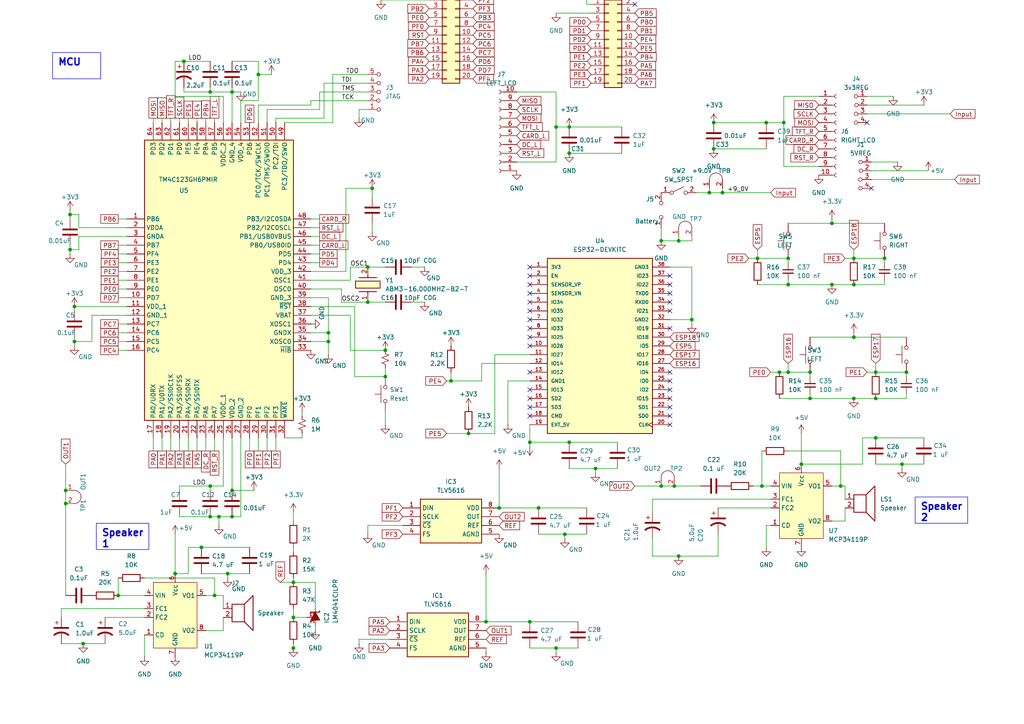
<source format=kicad_sch>
(kicad_sch (version 20231120) (generator "eeschema") (generator_version "8.0")
  (paper "A4")
  (title_block (title "ECE 445L Baseline Project") (date "2024-08-07") (rev "v1.0.1") (company "The University of Texas at Austin"))
  (lib_symbols
    (symbol "Connector:Conn_01x10_Socket" (pin_names (offset 1.016) hide)
      (property "Reference" "J" (at 0 12.7 0))
      (property "Value" "Conn_01x10_Socket" (at 0 -15.24 0))
      (symbol "Conn_01x10_Socket_1_1"
        (pin passive line (at -5.08 10.16 0) (length 3.81) (name "Pin_1") (number "1"))
        (pin passive line (at -5.08 -12.7 0) (length 3.81) (name "Pin_10") (number "10"))
        (pin passive line (at -5.08 7.62 0) (length 3.81) (name "Pin_2") (number "2"))
        (pin passive line (at -5.08 5.08 0) (length 3.81) (name "Pin_3") (number "3"))
        (pin passive line (at -5.08 2.54 0) (length 3.81) (name "Pin_4") (number "4"))
        (pin passive line (at -5.08 0 0) (length 3.81) (name "Pin_5") (number "5"))
        (pin passive line (at -5.08 -2.54 0) (length 3.81) (name "Pin_6") (number "6"))
        (pin passive line (at -5.08 -5.08 0) (length 3.81) (name "Pin_7") (number "7"))
        (pin passive line (at -5.08 -7.62 0) (length 3.81) (name "Pin_8") (number "8"))
        (pin passive line (at -5.08 -10.16 0) (length 3.81) (name "Pin_9") (number "9"))
      )
    )
    (symbol "Connector_Generic:Conn_02x10_Odd_Even" (pin_names (offset 1.016) hide)
      (property "Reference" "J" (at 1.27 12.7 0))
      (property "Value" "Conn_02x10_Odd_Even" (at 1.27 -15.24 0))
      (symbol "Conn_02x10_Odd_Even_1_1"
        (pin passive line (at -5.08 10.16 0) (length 3.81) (name "Pin_1") (number "1"))
        (pin passive line (at 7.62 0 180) (length 3.81) (name "Pin_10") (number "10"))
        (pin passive line (at -5.08 -2.54 0) (length 3.81) (name "Pin_11") (number "11"))
        (pin passive line (at 7.62 -2.54 180) (length 3.81) (name "Pin_12") (number "12"))
        (pin passive line (at -5.08 -5.08 0) (length 3.81) (name "Pin_13") (number "13"))
        (pin passive line (at 7.62 -5.08 180) (length 3.81) (name "Pin_14") (number "14"))
        (pin passive line (at -5.08 -7.62 0) (length 3.81) (name "Pin_15") (number "15"))
        (pin passive line (at 7.62 -7.62 180) (length 3.81) (name "Pin_16") (number "16"))
        (pin passive line (at -5.08 -10.16 0) (length 3.81) (name "Pin_17") (number "17"))
        (pin passive line (at 7.62 -10.16 180) (length 3.81) (name "Pin_18") (number "18"))
        (pin passive line (at -5.08 -12.7 0) (length 3.81) (name "Pin_19") (number "19"))
        (pin passive line (at 7.62 10.16 180) (length 3.81) (name "Pin_2") (number "2"))
        (pin passive line (at 7.62 -12.7 180) (length 3.81) (name "Pin_20") (number "20"))
        (pin passive line (at -5.08 7.62 0) (length 3.81) (name "Pin_3") (number "3"))
        (pin passive line (at 7.62 7.62 180) (length 3.81) (name "Pin_4") (number "4"))
        (pin passive line (at -5.08 5.08 0) (length 3.81) (name "Pin_5") (number "5"))
        (pin passive line (at 7.62 5.08 180) (length 3.81) (name "Pin_6") (number "6"))
        (pin passive line (at -5.08 2.54 0) (length 3.81) (name "Pin_7") (number "7"))
        (pin passive line (at 7.62 2.54 180) (length 3.81) (name "Pin_8") (number "8"))
        (pin passive line (at -5.08 0 0) (length 3.81) (name "Pin_9") (number "9"))
      )
    )
    (symbol "Device:C" (pin_numbers hide) (pin_names (offset 0.254))
      (property "Reference" "C" (at 0.635 2.54 0))
      (property "Value" "C" (at 0.635 -2.54 0))
      (symbol "C_1_1"
        (pin passive line (at 0 3.81 270) (length 2.794) (name "~") (number "1"))
        (pin passive line (at 0 -3.81 90) (length 2.794) (name "~") (number "2"))
      )
    )
    (symbol "Device:C_Small" (pin_numbers hide) (pin_names (offset 0.254) hide)
      (property "Reference" "C" (at 0.254 1.778 0))
      (property "Value" "C_Small" (at 0.254 -2.032 0))
      (symbol "C_Small_1_1"
        (pin passive line (at 0 2.54 270) (length 2.032) (name "~") (number "1"))
        (pin passive line (at 0 -2.54 90) (length 2.032) (name "~") (number "2"))
      )
    )
    (symbol "Device:R" (pin_numbers hide) (pin_names (offset 0))
      (property "Reference" "R" (at 2.032 0 90))
      (property "Value" "R" (at 0 0 90))
      (symbol "R_1_1"
        (pin passive line (at 0 3.81 270) (length 1.27) (name "~") (number "1"))
        (pin passive line (at 0 -3.81 90) (length 1.27) (name "~") (number "2"))
      )
    )
    (symbol "Device:Speaker" (pin_names (offset 0) hide)
      (property "Reference" "LS" (at 1.27 5.715 0))
      (property "Value" "Speaker" (at 1.27 3.81 0))
      (symbol "Speaker_1_1"
        (pin input line (at -5.08 0 0) (length 2.54) (name "1") (number "1"))
        (pin input line (at -5.08 -2.54 0) (length 2.54) (name "2") (number "2"))
      )
    )
    (symbol "ECE445L:ABM3-16.000MHZ-B2-T" (pin_names hide)
      (property "Reference" "Y" (at 8.89 6.35 0))
      (property "Value" "ABM3-16.000MHZ-B2-T" (at 8.89 3.81 0))
      (symbol "ABM3-16.000MHZ-B2-T_1_1"
        (pin passive line (at 0 0 0) (length 2.54) (name "1") (number "1"))
        (pin passive line (at 10.16 0 180) (length 2.54) (name "2") (number "2"))
      )
    )
    (symbol "ECE445L:C" (pin_numbers hide) (pin_names (offset 0.254))
      (property "Reference" "C" (at 0.635 2.54 0))
      (property "Value" "C" (at 0.635 -2.54 0))
      (symbol "C_1_1"
        (pin passive line (at 0 3.81 270) (length 2.794) (name "~") (number "1"))
        (pin passive line (at 0 -3.81 90) (length 2.794) (name "~") (number "2"))
      )
    )
    (symbol "ECE445L:C_Polarized" (pin_numbers hide) (pin_names (offset 0.254) hide)
      (property "Reference" "C" (at 0.635 2.54 0))
      (property "Value" "C_Polarized" (at 0.635 -2.54 0))
      (symbol "C_Polarized_1_1"
        (pin passive line (at 0 3.81 270) (length 2.794) (name "~") (number "1"))
        (pin passive line (at 0 -3.81 90) (length 3.302) (name "~") (number "2"))
      )
    )
    (symbol "ECE445L:Header_2" (pin_names (offset 0) hide)
      (property "Reference" "J" (at 0 2.794 0))
      (property "Value" "Header2" (at 0 -2.286 0))
      (symbol "Header_2_1_1"
        (pin passive line (at -5.08 0 0) (length 2.54) (name "A") (number "1"))
        (pin passive line (at 5.08 0 180) (length 2.54) (name "B") (number "2"))
      )
    )
    (symbol "ECE445L:Header_4" (pin_names (offset 0) hide)
      (property "Reference" "J" (at 0 2.794 0))
      (property "Value" "Header_4" (at 0 -8.89 0))
      (symbol "Header_4_1_1"
        (pin passive line (at 5.08 2.54 180) (length 2.54) (name "A") (number "1"))
        (pin passive line (at 5.08 0 180) (length 2.54) (name "B") (number "2"))
        (pin passive line (at 5.08 -2.54 180) (length 2.54) (name "C") (number "3"))
        (pin passive line (at 5.08 -5.08 180) (length 2.54) (name "C") (number "4"))
      )
    )
    (symbol "ECE445L:Header_5" (pin_names (offset 0) hide)
      (property "Reference" "J" (at 0 2.794 0))
      (property "Value" "Header_5" (at 8.89 -9.525 0))
      (symbol "Header_5_1_1"
        (pin passive line (at 5.08 2.54 180) (length 2.54) (name "A") (number "1"))
        (pin passive line (at 5.08 0 180) (length 2.54) (name "B") (number "2"))
        (pin passive line (at 5.08 -2.54 180) (length 2.54) (name "C") (number "3"))
        (pin passive line (at 5.08 -5.08 180) (length 2.54) (name "C") (number "4"))
        (pin passive line (at 5.08 -7.62 180) (length 2.54) (name "C") (number "5"))
      )
    )
    (symbol "ECE445L:LM4041CILPR" (pin_names (offset 1.016))
      (property "Reference" "IC" (at 2.7965 1.9067 0))
      (property "Value" "LM4041CILPR" (at 2.796 -0.8896 0))
      (symbol "LM4041CILPR_0_0"
        (pin passive line (at -2.54 0 0) (length 2.54) (name "~") (number "1"))
        (pin passive line (at 0 2.54 270) (length 2.54) (name "~") (number "2"))
        (pin passive line (at 0 -2.54 90) (length 2.54) (name "~") (number "3"))
      )
    )
    (symbol "ECE445L:MCP34119P"
      (property "Reference" "U" (at -5.08 7.62 0))
      (property "Value" "MCP34119P" (at -7.62 10.16 0))
      (symbol "MCP34119P_1_1"
        (pin input line (at -8.89 -6.35 0) (length 2.54) (name "CD") (number "1"))
        (pin input line (at -8.89 -1.27 0) (length 2.54) (name "FC2") (number "2"))
        (pin input line (at -8.89 1.27 0) (length 2.54) (name "FC1") (number "3"))
        (pin input line (at -8.89 5.08 0) (length 2.54) (name "VIN") (number "4"))
        (pin output line (at 8.89 5.08 180) (length 2.54) (name "VO1") (number "5"))
        (pin power_in line (at 0 11.43 270) (length 2.54) (name "Vcc") (number "6"))
        (pin power_in line (at 0 -12.7 90) (length 2.54) (name "GND") (number "7"))
        (pin output line (at 8.89 -5.08 180) (length 2.54) (name "VO2") (number "8"))
      )
    )
    (symbol "ECE445L:R_0.125W" (pin_numbers hide) (pin_names (offset 0.254) hide)
      (property "Reference" "R" (at 0.762 0.508 0))
      (property "Value" "R_0.125W" (at 0.762 -1.016 0))
      (symbol "R_0.125W_1_1"
        (pin passive line (at 0 2.54 270) (length 1.016) (name "~") (number "1"))
        (pin passive line (at 0 -2.54 90) (length 1.016) (name "~") (number "2"))
      )
    )
    (symbol "ECE445L:Speaker" (pin_names (offset 0) hide)
      (property "Reference" "J" (at 1.27 5.715 0))
      (property "Value" "Speaker" (at 1.27 3.81 0))
      (symbol "Speaker_1_1"
        (pin input line (at -5.08 0 0) (length 2.54) (name "1") (number "1"))
        (pin input line (at -5.08 -2.54 0) (length 2.54) (name "2") (number "2"))
      )
    )
    (symbol "ECE445L:TLV5616"
      (property "Reference" "IC" (at -8.89 11.43 0))
      (property "Value" "TLV5616" (at -8.89 8.89 0))
      (symbol "TLV5616_1_1"
        (pin input line (at -13.97 3.81 0) (length 5.08) (name "DIN") (number "1"))
        (pin input line (at -13.97 1.27 0) (length 5.08) (name "SCLK") (number "2"))
        (pin input line (at -13.97 -1.27 0) (length 5.08) (name "~{CS}") (number "3"))
        (pin input line (at -13.97 -3.81 0) (length 5.08) (name "FS") (number "4"))
        (pin power_in line (at 13.97 -3.81 180) (length 5.08) (name "AGND") (number "5"))
        (pin input line (at 13.97 -1.27 180) (length 5.08) (name "REF") (number "6"))
        (pin output line (at 13.97 1.27 180) (length 5.08) (name "OUT") (number "7"))
        (pin power_in line (at 13.97 3.81 180) (length 5.08) (name "VDD") (number "8"))
      )
    )
    (symbol "ECE445L:TM4C123GH6PMIR"
      (property "Reference" "IC" (at 49.53 27.94 0))
      (property "Value" "TM4C123GH6PMIR" (at 49.53 25.4 0))
      (symbol "TM4C123GH6PMIR_1_1"
        (pin passive line (at 0 0 0) (length 5.08) (name "PB6") (number "1"))
        (pin passive line (at 0 -22.86 0) (length 5.08) (name "PD7") (number "10"))
        (pin passive line (at 0 -25.4 0) (length 5.08) (name "VDD_1") (number "11"))
        (pin passive line (at 0 -27.94 0) (length 5.08) (name "GND_1") (number "12"))
        (pin passive line (at 0 -30.48 0) (length 5.08) (name "PC7") (number "13"))
        (pin passive line (at 0 -33.02 0) (length 5.08) (name "PC6") (number "14"))
        (pin passive line (at 0 -35.56 0) (length 5.08) (name "PC5") (number "15"))
        (pin passive line (at 0 -38.1 0) (length 5.08) (name "PC4") (number "16"))
        (pin passive line (at 7.62 -63.5 90) (length 5.08) (name "PA0/U0RX") (number "17"))
        (pin passive line (at 10.16 -63.5 90) (length 5.08) (name "PA1/U0TX") (number "18"))
        (pin passive line (at 12.7 -63.5 90) (length 5.08) (name "PA2/SSI0C1K") (number "19"))
        (pin passive line (at 0 -2.54 0) (length 5.08) (name "VDDA") (number "2"))
        (pin passive line (at 15.24 -63.5 90) (length 5.08) (name "PA3/SSI0FSS") (number "20"))
        (pin passive line (at 17.78 -63.5 90) (length 5.08) (name "PA4/SSI0RX") (number "21"))
        (pin passive line (at 20.32 -63.5 90) (length 5.08) (name "PA5/SSI0TX") (number "22"))
        (pin passive line (at 22.86 -63.5 90) (length 5.08) (name "PA6") (number "23"))
        (pin passive line (at 25.4 -63.5 90) (length 5.08) (name "PA7") (number "24"))
        (pin passive line (at 27.94 -63.5 90) (length 5.08) (name "VDDC_1") (number "25"))
        (pin passive line (at 30.48 -63.5 90) (length 5.08) (name "VDD_2") (number "26"))
        (pin passive line (at 33.02 -63.5 90) (length 5.08) (name "GND_2") (number "27"))
        (pin passive line (at 35.56 -63.5 90) (length 5.08) (name "PF0") (number "28"))
        (pin passive line (at 38.1 -63.5 90) (length 5.08) (name "PF1") (number "29"))
        (pin passive line (at 0 -5.08 0) (length 5.08) (name "GNDA") (number "3"))
        (pin passive line (at 40.64 -63.5 90) (length 5.08) (name "PF2") (number "30"))
        (pin passive line (at 43.18 -63.5 90) (length 5.08) (name "PF3") (number "31"))
        (pin passive line (at 45.72 -63.5 90) (length 5.08) (name "~{WAKE}") (number "32"))
        (pin passive line (at 53.34 -38.1 180) (length 5.08) (name "~{HIB}") (number "33"))
        (pin passive line (at 53.34 -35.56 180) (length 5.08) (name "XOSC0") (number "34"))
        (pin passive line (at 53.34 -33.02 180) (length 5.08) (name "GNDX") (number "35"))
        (pin passive line (at 53.34 -30.48 180) (length 5.08) (name "XOSC1") (number "36"))
        (pin passive line (at 53.34 -27.94 180) (length 5.08) (name "VBAT") (number "37"))
        (pin passive line (at 53.34 -25.4 180) (length 5.08) (name "~{RST}") (number "38"))
        (pin passive line (at 53.34 -22.86 180) (length 5.08) (name "GND_3") (number "39"))
        (pin passive line (at 0 -7.62 0) (length 5.08) (name "PB7") (number "4"))
        (pin passive line (at 53.34 -20.32 180) (length 5.08) (name "OSC0") (number "40"))
        (pin passive line (at 53.34 -17.78 180) (length 5.08) (name "OSC1") (number "41"))
        (pin passive line (at 53.34 -15.24 180) (length 5.08) (name "VDD_3") (number "42"))
        (pin passive line (at 53.34 -12.7 180) (length 5.08) (name "PD4") (number "43"))
        (pin passive line (at 53.34 -10.16 180) (length 5.08) (name "PD5") (number "44"))
        (pin passive line (at 53.34 -7.62 180) (length 5.08) (name "PB0/USB0ID") (number "45"))
        (pin passive line (at 53.34 -5.08 180) (length 5.08) (name "PB1/USB0VBUS") (number "46"))
        (pin passive line (at 53.34 -2.54 180) (length 5.08) (name "PB2/I2C0SCL") (number "47"))
        (pin passive line (at 53.34 0 180) (length 5.08) (name "PB3/I2C0SDA") (number "48"))
        (pin passive line (at 45.72 27.94 270) (length 5.08) (name "PC3/TDO/SWO") (number "49"))
        (pin passive line (at 0 -10.16 0) (length 5.08) (name "PF4") (number "5"))
        (pin passive line (at 43.18 27.94 270) (length 5.08) (name "PC2/TDI") (number "50"))
        (pin passive line (at 40.64 27.94 270) (length 5.08) (name "PC1/TMS/SWDIO") (number "51"))
        (pin passive line (at 38.1 27.94 270) (length 5.08) (name "PC0/TCK/SWCLK") (number "52"))
        (pin passive line (at 35.56 27.94 270) (length 5.08) (name "PD6") (number "53"))
        (pin passive line (at 33.02 27.94 270) (length 5.08) (name "VDD_4") (number "54"))
        (pin passive line (at 30.48 27.94 270) (length 5.08) (name "GND_4") (number "55"))
        (pin passive line (at 27.94 27.94 270) (length 5.08) (name "VDDC_2") (number "56"))
        (pin passive line (at 25.4 27.94 270) (length 5.08) (name "PB5") (number "57"))
        (pin passive line (at 22.86 27.94 270) (length 5.08) (name "PB4") (number "58"))
        (pin passive line (at 20.32 27.94 270) (length 5.08) (name "PE4") (number "59"))
        (pin passive line (at 0 -12.7 0) (length 5.08) (name "PE3") (number "6"))
        (pin passive line (at 17.78 27.94 270) (length 5.08) (name "PE5") (number "60"))
        (pin passive line (at 15.24 27.94 270) (length 5.08) (name "PD0") (number "61"))
        (pin passive line (at 12.7 27.94 270) (length 5.08) (name "PD1") (number "62"))
        (pin passive line (at 10.16 27.94 270) (length 5.08) (name "PD2") (number "63"))
        (pin passive line (at 7.62 27.94 270) (length 5.08) (name "PD3") (number "64"))
        (pin passive line (at 0 -15.24 0) (length 5.08) (name "PE2") (number "7"))
        (pin passive line (at 0 -17.78 0) (length 5.08) (name "PE1") (number "8"))
        (pin passive line (at 0 -20.32 0) (length 5.08) (name "PE0") (number "9"))
      )
    )
    (symbol "ECE445L:Testpoint" (pin_names (offset 0) hide)
      (property "Reference" "TP7" (at 1.27 5.08 0))
      (property "Value" "GND" (at -3.81 5.715 0))
      (symbol "Testpoint_1_1"
        (pin passive line (at -1.905 0 90) (length 2.54) (name "A") (number "1"))
        (pin passive line (at 1.905 0 90) (length 2.54) (name "B") (number "2"))
      )
    )
    (symbol "ESP32-DEVKITC:ESP32-DEVKITC" (pin_names (offset 1.016))
      (property "Reference" "U" (at -15.2654 26.0604 0))
      (property "Value" "ESP32-DEVKITC" (at -15.2654 -27.9654 0))
      (symbol "ESP32-DEVKITC_0_0"
        (pin power_in line (at -20.32 22.86 0) (length 5.08) (name "3V3") (number "1"))
        (pin bidirectional line (at -20.32 0 0) (length 5.08) (name "IO26") (number "10"))
        (pin bidirectional line (at -20.32 -2.54 0) (length 5.08) (name "IO27") (number "11"))
        (pin bidirectional line (at -20.32 -5.08 0) (length 5.08) (name "IO14") (number "12"))
        (pin bidirectional line (at -20.32 -7.62 0) (length 5.08) (name "IO12") (number "13"))
        (pin power_in line (at -20.32 -10.16 0) (length 5.08) (name "GND1") (number "14"))
        (pin bidirectional line (at -20.32 -12.7 0) (length 5.08) (name "IO13") (number "15"))
        (pin bidirectional line (at -20.32 -15.24 0) (length 5.08) (name "SD2") (number "16"))
        (pin bidirectional line (at -20.32 -17.78 0) (length 5.08) (name "SD3") (number "17"))
        (pin bidirectional line (at -20.32 -20.32 0) (length 5.08) (name "CMD") (number "18"))
        (pin power_in line (at -20.32 -22.86 0) (length 5.08) (name "EXT_5V") (number "19"))
        (pin input line (at -20.32 20.32 0) (length 5.08) (name "EN") (number "2"))
        (pin input clock (at 20.32 -22.86 180) (length 5.08) (name "CLK") (number "20"))
        (pin bidirectional line (at 20.32 -20.32 180) (length 5.08) (name "SD0") (number "21"))
        (pin bidirectional line (at 20.32 -17.78 180) (length 5.08) (name "SD1") (number "22"))
        (pin bidirectional line (at 20.32 -15.24 180) (length 5.08) (name "IO15") (number "23"))
        (pin bidirectional line (at 20.32 -12.7 180) (length 5.08) (name "IO2") (number "24"))
        (pin bidirectional line (at 20.32 -10.16 180) (length 5.08) (name "IO0") (number "25"))
        (pin bidirectional line (at 20.32 -7.62 180) (length 5.08) (name "IO4") (number "26"))
        (pin bidirectional line (at 20.32 -5.08 180) (length 5.08) (name "IO16") (number "27"))
        (pin bidirectional line (at 20.32 -2.54 180) (length 5.08) (name "IO17") (number "28"))
        (pin bidirectional line (at 20.32 0 180) (length 5.08) (name "IO5") (number "29"))
        (pin input line (at -20.32 17.78 0) (length 5.08) (name "SENSOR_VP") (number "3"))
        (pin bidirectional line (at 20.32 2.54 180) (length 5.08) (name "IO18") (number "30"))
        (pin bidirectional line (at 20.32 5.08 180) (length 5.08) (name "IO19") (number "31"))
        (pin power_in line (at 20.32 7.62 180) (length 5.08) (name "GND2") (number "32"))
        (pin bidirectional line (at 20.32 10.16 180) (length 5.08) (name "IO21") (number "33"))
        (pin input line (at 20.32 12.7 180) (length 5.08) (name "RXD0") (number "34"))
        (pin output line (at 20.32 15.24 180) (length 5.08) (name "TXD0") (number "35"))
        (pin bidirectional line (at 20.32 17.78 180) (length 5.08) (name "IO22") (number "36"))
        (pin bidirectional line (at 20.32 20.32 180) (length 5.08) (name "IO23") (number "37"))
        (pin power_in line (at 20.32 22.86 180) (length 5.08) (name "GND3") (number "38"))
        (pin input line (at -20.32 15.24 0) (length 5.08) (name "SENSOR_VN") (number "4"))
        (pin bidirectional line (at -20.32 12.7 0) (length 5.08) (name "IO34") (number "5"))
        (pin bidirectional line (at -20.32 10.16 0) (length 5.08) (name "IO35") (number "6"))
        (pin bidirectional line (at -20.32 7.62 0) (length 5.08) (name "IO32") (number "7"))
        (pin bidirectional line (at -20.32 5.08 0) (length 5.08) (name "IO33") (number "8"))
        (pin bidirectional line (at -20.32 2.54 0) (length 5.08) (name "IO25") (number "9"))
      )
    )
    (symbol "Switch:SW_Push" (pin_numbers hide) (pin_names (offset 1.016) hide)
      (property "Reference" "SW" (at 1.27 2.54 0))
      (property "Value" "SW_Push" (at 0 -1.524 0))
      (symbol "SW_Push_0_1"
        (pin passive line (at -5.08 0 0) (length 2.54) (name "1") (number "1"))
        (pin passive line (at 5.08 0 180) (length 2.54) (name "2") (number "2"))
      )
    )
    (symbol "Switch:SW_SPST" (pin_names (offset 0) hide)
      (property "Reference" "SW" (at 0 3.175 0))
      (property "Value" "SW_SPST" (at 0 -2.54 0))
      (symbol "SW_SPST_1_1"
        (pin passive line (at -5.08 0 0) (length 2.54) (name "A") (number "1"))
        (pin passive line (at 5.08 0 180) (length 2.54) (name "B") (number "2"))
      )
    )
    (symbol "Testpoint_1" (pin_names (offset 0) hide)
      (property "Reference" "TP8" (at 0.635 5.08 0))
      (property "Value" "+9.0V" (at -6.985 5.08 0))
      (symbol "Testpoint_1_1_1"
        (pin passive line (at -1.905 0 90) (length 2.54) (name "A") (number "1"))
        (pin passive line (at 1.905 0 90) (length 2.54) (name "B") (number "2"))
      )
    )
    (symbol "power:+3.3V" (power) (pin_numbers hide) (pin_names (offset 0) hide)
      (property "Value" "+3.3V" (at 0 3.556 0))
      (symbol "+3.3V_1_1"
        (pin power_in line (at 0 0 90) (length 0) (name "~") (number "1"))
      )
    )
    (symbol "power:+3V3" (power) (pin_numbers hide) (pin_names (offset 0) hide)
      (property "Value" "+3V3" (at 0 3.556 0))
      (symbol "+3V3_1_1"
        (pin power_in line (at 0 0 90) (length 0) (name "~") (number "1"))
      )
    )
    (symbol "power:+5V" (power) (pin_numbers hide) (pin_names (offset 0) hide)
      (property "Value" "+5V" (at 0 3.556 0))
      (symbol "+5V_1_1"
        (pin power_in line (at 0 0 90) (length 0) (name "~") (number "1"))
      )
    )
    (symbol "power:GND" (power) (pin_numbers hide) (pin_names (offset 0) hide)
      (property "Value" "GND" (at 0 -3.81 0))
      (symbol "GND_1_1"
        (pin power_in line (at 0 0 270) (length 0) (name "~") (number "1"))
      )
    )
  )
  (junction (at 67.31 26.67))
  (junction (at 205.74 55.88))
  (junction (at 163.83 154.94))
  (junction (at 254 127))
  (junction (at 153.67 180.34))
  (junction (at 163.83 -7.62))
  (junction (at 191.77 140.97))
  (junction (at 95.25 96.52))
  (junction (at 21.59 99.06))
  (junction (at 234.95 115.57))
  (junction (at 165.1 128.27))
  (junction (at 200.66 92.71))
  (junction (at 50.8 166.37))
  (junction (at 165.1 36.83))
  (junction (at 21.59 88.9))
  (junction (at 19.05 146.05))
  (junction (at 60.96 149.86))
  (junction (at 85.09 179.07))
  (junction (at 66.04 166.37))
  (junction (at 262.89 107.95))
  (junction (at 220.98 140.97))
  (junction (at 153.67 128.27))
  (junction (at 207.01 43.18))
  (junction (at 53.34 17.78))
  (junction (at 191.77 69.85))
  (junction (at 156.21 147.32))
  (junction (at 60.96 26.67))
  (junction (at 227.33 35.56))
  (junction (at 161.29 36.83))
  (junction (at 85.09 187.96))
  (junction (at 247.65 74.93))
  (junction (at 67.31 149.86))
  (junction (at 241.3 82.55))
  (junction (at 62.23 172.72))
  (junction (at 196.85 69.85))
  (junction (at 144.78 147.32))
  (junction (at 130.81 110.49))
  (junction (at 166.37 -15.24))
  (junction (at 106.68 87.63))
  (junction (at 172.72 135.89))
  (junction (at 196.85 161.29))
  (junction (at 243.84 140.97))
  (junction (at 226.06 107.95))
  (junction (at 111.76 101.6))
  (junction (at 19.05 142.24))
  (junction (at 74.93 21.59))
  (junction (at 140.97 180.34))
  (junction (at 161.29 187.96))
  (junction (at 261.62 134.62))
  (junction (at 241.3 64.77))
  (junction (at 63.5 149.86))
  (junction (at 111.76 109.22))
  (junction (at 95.25 99.06))
  (junction (at 247.65 97.79))
  (junction (at 234.95 107.95))
  (junction (at 107.95 54.61))
  (junction (at 20.32 72.39))
  (junction (at 228.6 82.55))
  (junction (at 60.96 140.97))
  (junction (at 209.55 55.88))
  (junction (at 222.25 35.56))
  (junction (at 232.41 134.62))
  (junction (at 135.89 125.73))
  (junction (at 85.09 168.91))
  (junction (at 58.42 158.75))
  (junction (at 228.6 74.93))
  (junction (at 195.58 140.97))
  (junction (at 207.01 35.56))
  (junction (at 160.02 -15.24))
  (junction (at 228.6 107.95))
  (junction (at 254 115.57))
  (junction (at 106.68 77.47))
  (junction (at 256.54 74.93))
  (junction (at 24.13 186.69))
  (junction (at 20.32 62.23))
  (junction (at 34.29 172.72))
  (junction (at 219.71 74.93))
  (junction (at 254 107.95))
  (junction (at 247.65 115.57))
  (junction (at 67.31 142.24))
  (junction (at 247.65 82.55))
  (junction (at 165.1 44.45))
  (no_connect (at 153.67 82.55))
  (no_connect (at 194.31 110.49))
  (no_connect (at 153.67 87.63))
  (no_connect (at 194.31 113.03))
  (no_connect (at 153.67 118.11))
  (no_connect (at 194.31 90.17))
  (no_connect (at 194.31 87.63))
  (no_connect (at 194.31 123.19))
  (no_connect (at 194.31 82.55))
  (no_connect (at 194.31 115.57))
  (no_connect (at 153.67 115.57))
  (no_connect (at 194.31 95.25))
  (no_connect (at 153.67 77.47))
  (no_connect (at 184.15 1.27))
  (no_connect (at 153.67 120.65))
  (no_connect (at 194.31 118.11))
  (no_connect (at 153.67 95.25))
  (no_connect (at 251.46 35.56))
  (no_connect (at 153.67 107.95))
  (no_connect (at 153.67 113.03))
  (no_connect (at 194.31 107.95))
  (no_connect (at 153.67 80.01))
  (no_connect (at 153.67 100.33))
  (no_connect (at 153.67 90.17))
  (no_connect (at 153.67 92.71))
  (no_connect (at 194.31 85.09))
  (no_connect (at 194.31 80.01))
  (no_connect (at 194.31 120.65))
  (no_connect (at 252.73 54.61))
  (no_connect (at 153.67 97.79))
  (no_connect (at 153.67 85.09))
  (wire (pts (xy 234.95 115.57) (xy 247.65 115.57)))
  (wire (pts (xy 241.3 82.55) (xy 247.65 82.55)))
  (wire (pts (xy 234.95 97.79) (xy 247.65 97.79)))
  (wire (pts (xy 77.47 31.75) (xy 92.71 31.75)))
  (wire (pts (xy 104.14 31.75) (xy 104.14 34.29)))
  (wire (pts (xy 60.96 149.86) (xy 63.5 149.86)))
  (wire (pts (xy 21.59 88.9) (xy 21.59 90.17)))
  (wire (pts (xy 34.29 167.64) (xy 34.29 172.72)))
  (wire (pts (xy 67.31 142.24) (xy 73.66 142.24)))
  (wire (pts (xy 90.17 76.2) (xy 92.71 76.2)))
  (wire (pts (xy 200.66 77.47) (xy 194.31 77.47)))
  (wire (pts (xy 64.77 35.56) (xy 64.77 27.94)))
  (wire (pts (xy 34.29 96.52) (xy 36.83 96.52)))
  (wire (pts (xy 223.52 144.78) (xy 189.23 144.78)))
  (wire (pts (xy 101.6 81.28) (xy 101.6 77.47)))
  (wire (pts (xy 153.67 128.27) (xy 165.1 128.27)))
  (wire (pts (xy 143.51 125.73) (xy 143.51 102.87)))
  (wire (pts (xy 34.29 63.5) (xy 36.83 63.5)))
  (wire (pts (xy 200.66 93.98) (xy 200.66 92.71)))
  (wire (pts (xy 64.77 27.94) (xy 50.8 27.94)))
  (wire (pts (xy 20.32 62.23) (xy 20.32 63.5)))
  (wire (pts (xy 90.17 78.74) (xy 100.33 78.74)))
  (wire (pts (xy 49.53 34.29) (xy 49.53 35.56)))
  (wire (pts (xy 92.71 26.67) (xy 106.68 26.67)))
  (wire (pts (xy 85.09 167.64) (xy 85.09 168.91)))
  (wire (pts (xy 153.67 128.27) (xy 153.67 129.54)))
  (wire (pts (xy 81.28 168.91) (xy 85.09 168.91)))
  (wire (pts (xy 163.83 -7.62) (xy 166.37 -7.62)))
  (wire (pts (xy 74.93 17.78) (xy 74.93 21.59)))
  (wire (pts (xy 139.7 110.49) (xy 130.81 110.49)))
  (wire (pts (xy 74.93 30.48) (xy 90.17 30.48)))
  (wire (pts (xy 153.67 123.19) (xy 153.67 128.27)))
  (wire (pts (xy 154.94 -15.24) (xy 160.02 -15.24)))
  (wire (pts (xy 64.77 127) (xy 64.77 140.97)))
  (wire (pts (xy 77.47 35.56) (xy 77.47 31.75)))
  (wire (pts (xy 34.29 101.6) (xy 36.83 101.6)))
  (wire (pts (xy 60.96 140.97) (xy 64.77 140.97)))
  (wire (pts (xy 209.55 55.88) (xy 223.52 55.88)))
  (wire (pts (xy 54.61 34.29) (xy 54.61 35.56)))
  (wire (pts (xy 254 105.41) (xy 254 107.95)))
  (wire (pts (xy 153.67 187.96) (xy 161.29 187.96)))
  (wire (pts (xy 19.05 142.24) (xy 19.05 146.05)))
  (wire (pts (xy 232.41 134.62) (xy 250.19 134.62)))
  (wire (pts (xy 90.17 73.66) (xy 92.71 73.66)))
  (wire (pts (xy 153.67 110.49) (xy 147.32 110.49)))
  (wire (pts (xy 90.17 81.28) (xy 101.6 81.28)))
  (wire (pts (xy 104.14 185.42) (xy 104.14 186.69)))
  (wire (pts (xy 30.48 179.07) (xy 41.91 179.07)))
  (wire (pts (xy 57.15 127) (xy 57.15 130.81)))
  (wire (pts (xy 144.78 147.32) (xy 156.21 147.32)))
  (wire (pts (xy 247.65 96.52) (xy 247.65 97.79)))
  (wire (pts (xy 245.11 140.97) (xy 245.11 144.78)))
  (wire (pts (xy 41.91 176.53) (xy 17.78 176.53)))
  (wire (pts (xy 64.77 179.07) (xy 64.77 182.88)))
  (wire (pts (xy 62.23 167.64) (xy 62.23 172.72)))
  (wire (pts (xy 90.17 68.58) (xy 92.71 68.58)))
  (wire (pts (xy 85.09 148.59) (xy 85.09 151.13)))
  (wire (pts (xy 247.65 72.39) (xy 247.65 74.93)))
  (wire (pts (xy 219.71 82.55) (xy 228.6 82.55)))
  (wire (pts (xy 91.44 168.91) (xy 85.09 168.91)))
  (wire (pts (xy 227.33 27.94) (xy 237.49 27.94)))
  (wire (pts (xy 53.34 17.78) (xy 60.96 17.78)))
  (wire (pts (xy 161.29 187.96) (xy 167.64 187.96)))
  (wire (pts (xy 222.25 152.4) (xy 222.25 158.75)))
  (wire (pts (xy 135.89 125.73) (xy 143.51 125.73)))
  (wire (pts (xy 44.45 34.29) (xy 44.45 35.56)))
  (wire (pts (xy 34.29 73.66) (xy 36.83 73.66)))
  (wire (pts (xy 17.78 186.69) (xy 24.13 186.69)))
  (wire (pts (xy 101.6 101.6) (xy 111.76 101.6)))
  (wire (pts (xy 241.3 63.5) (xy 241.3 64.77)))
  (wire (pts (xy 59.69 172.72) (xy 62.23 172.72)))
  (wire (pts (xy 50.8 154.94) (xy 50.8 166.37)))
  (wire (pts (xy 107.95 54.61) (xy 107.95 57.15)))
  (wire (pts (xy 90.17 88.9) (xy 102.87 88.9)))
  (wire (pts (xy 34.29 93.98) (xy 36.83 93.98)))
  (wire (pts (xy 22.86 66.04) (xy 22.86 62.23)))
  (wire (pts (xy 82.55 127) (xy 87.63 127)))
  (wire (pts (xy 34.29 99.06) (xy 36.83 99.06)))
  (wire (pts (xy 82.55 35.56) (xy 96.52 35.56)))
  (wire (pts (xy 200.66 69.85) (xy 196.85 69.85)))
  (wire (pts (xy 228.6 74.93) (xy 228.6 76.2)))
  (wire (pts (xy 205.74 54.61) (xy 205.74 55.88)))
  (wire (pts (xy 207.01 35.56) (xy 222.25 35.56)))
  (wire (pts (xy 26.67 99.06) (xy 21.59 99.06)))
  (wire (pts (xy 196.85 68.58) (xy 196.85 69.85)))
  (wire (pts (xy 34.29 78.74) (xy 36.83 78.74)))
  (wire (pts (xy 219.71 74.93) (xy 228.6 74.93)))
  (wire (pts (xy 104.14 185.42) (xy 113.03 185.42)))
  (wire (pts (xy 107.95 64.77) (xy 107.95 67.31)))
  (wire (pts (xy 228.6 81.28) (xy 228.6 82.55)))
  (wire (pts (xy 36.83 68.58) (xy 22.86 68.58)))
  (wire (pts (xy 69.85 127) (xy 69.85 149.86)))
  (wire (pts (xy 160.02 -15.24) (xy 166.37 -15.24)))
  (wire (pts (xy 53.34 25.4) (xy 53.34 26.67)))
  (wire (pts (xy 102.87 109.22) (xy 111.76 109.22)))
  (wire (pts (xy 90.17 63.5) (xy 92.71 63.5)))
  (wire (pts (xy 19.05 134.62) (xy 19.05 142.24)))
  (wire (pts (xy 250.19 127) (xy 254 127)))
  (wire (pts (xy 19.05 146.05) (xy 19.05 172.72)))
  (wire (pts (xy 251.46 30.48) (xy 267.97 30.48)))
  (wire (pts (xy 172.72 135.89) (xy 179.07 135.89)))
  (wire (pts (xy 106.68 77.47) (xy 111.76 77.47)))
  (wire (pts (xy 252.73 52.07) (xy 276.86 52.07)))
  (wire (pts (xy 241.3 151.13) (xy 245.11 151.13)))
  (wire (pts (xy 252.73 46.99) (xy 260.35 46.99)))
  (wire (pts (xy 247.65 74.93) (xy 256.54 74.93)))
  (wire (pts (xy 90.17 96.52) (xy 95.25 96.52)))
  (wire (pts (xy 139.7 105.41) (xy 139.7 110.49)))
  (wire (pts (xy 106.68 87.63) (xy 111.76 87.63)))
  (wire (pts (xy 99.06 87.63) (xy 106.68 87.63)))
  (wire (pts (xy 161.29 36.83) (xy 161.29 26.67)))
  (wire (pts (xy 217.17 74.93) (xy 219.71 74.93)))
  (wire (pts (xy 196.85 161.29) (xy 189.23 161.29)))
  (wire (pts (xy 106.68 152.4) (xy 106.68 154.94)))
  (wire (pts (xy 64.77 182.88) (xy 59.69 182.88)))
  (wire (pts (xy 74.93 127) (xy 74.93 130.81)))
  (wire (pts (xy 140.97 180.34) (xy 153.67 180.34)))
  (wire (pts (xy 227.33 35.56) (xy 227.33 27.94)))
  (wire (pts (xy 140.97 187.96) (xy 140.97 189.23)))
  (wire (pts (xy 85.09 179.07) (xy 85.09 176.53)))
  (wire (pts (xy 80.01 34.29) (xy 80.01 35.56)))
  (wire (pts (xy 36.83 91.44) (xy 26.67 91.44)))
  (wire (pts (xy 191.77 66.04) (xy 191.77 69.85)))
  (wire (pts (xy 147.32 110.49) (xy 147.32 123.19)))
  (wire (pts (xy 102.87 88.9) (xy 102.87 109.22)))
  (wire (pts (xy 60.96 26.67) (xy 67.31 26.67)))
  (wire (pts (xy 209.55 54.61) (xy 209.55 55.88)))
  (wire (pts (xy 245.11 74.93) (xy 247.65 74.93)))
  (wire (pts (xy 119.38 87.63) (xy 123.19 87.63)))
  (wire (pts (xy 226.06 107.95) (xy 228.6 107.95)))
  (wire (pts (xy 96.52 21.59) (xy 106.68 21.59)))
  (wire (pts (xy 252.73 49.53) (xy 269.24 49.53)))
  (wire (pts (xy 223.52 107.95) (xy 226.06 107.95)))
  (wire (pts (xy 200.66 77.47) (xy 200.66 92.71)))
  (wire (pts (xy 218.44 140.97) (xy 220.98 140.97)))
  (wire (pts (xy 69.85 35.56) (xy 69.85 29.21)))
  (wire (pts (xy 184.15 140.97) (xy 191.77 140.97)))
  (wire (pts (xy 189.23 156.21) (xy 189.23 161.29)))
  (wire (pts (xy 54.61 166.37) (xy 54.61 158.75)))
  (wire (pts (xy 66.04 166.37) (xy 66.04 167.64)))
  (wire (pts (xy 261.62 134.62) (xy 267.97 134.62)))
  (wire (pts (xy 254 115.57) (xy 262.89 115.57)))
  (wire (pts (xy 166.37 -15.24) (xy 170.18 -15.24)))
  (wire (pts (xy 90.17 29.21) (xy 106.68 29.21)))
  (wire (pts (xy 219.71 72.39) (xy 219.71 74.93)))
  (wire (pts (xy 251.46 33.02) (xy 275.59 33.02)))
  (wire (pts (xy 101.6 91.44) (xy 101.6 101.6)))
  (wire (pts (xy 237.49 48.26) (xy 227.33 48.26)))
  (wire (pts (xy 111.76 106.68) (xy 111.76 109.22)))
  (wire (pts (xy 223.52 152.4) (xy 222.25 152.4)))
  (wire (pts (xy 191.77 140.97) (xy 195.58 140.97)))
  (wire (pts (xy 156.21 147.32) (xy 170.18 147.32)))
  (wire (pts (xy 72.39 127) (xy 72.39 130.81)))
  (wire (pts (xy 85.09 189.23) (xy 85.09 187.96)))
  (wire (pts (xy 85.09 158.75) (xy 85.09 160.02)))
  (wire (pts (xy 262.89 114.3) (xy 262.89 115.57)))
  (wire (pts (xy 67.31 127) (xy 67.31 142.24)))
  (wire (pts (xy 256.54 81.28) (xy 256.54 82.55)))
  (wire (pts (xy 161.29 36.83) (xy 165.1 36.83)))
  (wire (pts (xy 59.69 127) (xy 59.69 130.81)))
  (wire (pts (xy 172.72 135.89) (xy 172.72 137.16)))
  (wire (pts (xy 110.49 0) (xy 124.46 0)))
  (wire (pts (xy 227.33 48.26) (xy 227.33 35.56)))
  (wire (pts (xy 80.01 127) (xy 80.01 130.81)))
  (wire (pts (xy 201.93 55.88) (xy 205.74 55.88)))
  (wire (pts (xy 241.3 64.77) (xy 256.54 64.77)))
  (wire (pts (xy 153.67 180.34) (xy 167.64 180.34)))
  (wire (pts (xy 208.28 147.32) (xy 223.52 147.32)))
  (wire (pts (xy 46.99 127) (xy 46.99 130.81)))
  (wire (pts (xy 20.32 62.23) (xy 22.86 62.23)))
  (wire (pts (xy 57.15 34.29) (xy 57.15 35.56)))
  (wire (pts (xy 250.19 134.62) (xy 250.19 127)))
  (wire (pts (xy 208.28 161.29) (xy 196.85 161.29)))
  (wire (pts (xy 20.32 71.12) (xy 20.32 72.39)))
  (wire (pts (xy 52.07 140.97) (xy 60.96 140.97)))
  (wire (pts (xy 262.89 107.95) (xy 262.89 109.22)))
  (wire (pts (xy 74.93 17.78) (xy 67.31 17.78)))
  (wire (pts (xy 254 107.95) (xy 262.89 107.95)))
  (wire (pts (xy 95.25 86.36) (xy 95.25 96.52)))
  (wire (pts (xy 93.98 34.29) (xy 93.98 24.13)))
  (wire (pts (xy 74.93 35.56) (xy 74.93 30.48)))
  (wire (pts (xy 41.91 167.64) (xy 62.23 167.64)))
  (wire (pts (xy 165.1 44.45) (xy 180.34 44.45)))
  (wire (pts (xy 50.8 166.37) (xy 54.61 166.37)))
  (wire (pts (xy 78.74 21.59) (xy 74.93 21.59)))
  (wire (pts (xy 130.81 110.49) (xy 130.81 107.95)))
  (wire (pts (xy 92.71 31.75) (xy 92.71 26.67)))
  (wire (pts (xy 21.59 99.06) (xy 21.59 100.33)))
  (wire (pts (xy 46.99 34.29) (xy 46.99 35.56)))
  (wire (pts (xy 234.95 114.3) (xy 234.95 115.57)))
  (wire (pts (xy 52.07 34.29) (xy 52.07 35.56)))
  (wire (pts (xy 22.86 66.04) (xy 36.83 66.04)))
  (wire (pts (xy 62.23 34.29) (xy 62.23 35.56)))
  (wire (pts (xy 261.62 134.62) (xy 261.62 135.89)))
  (wire (pts (xy 140.97 166.37) (xy 140.97 180.34)))
  (wire (pts (xy 245.11 151.13) (xy 245.11 147.32)))
  (wire (pts (xy 100.33 54.61) (xy 107.95 54.61)))
  (wire (pts (xy 228.6 107.95) (xy 234.95 107.95)))
  (wire (pts (xy 62.23 172.72) (xy 64.77 172.72)))
  (wire (pts (xy 161.29 187.96) (xy 161.29 189.23)))
  (wire (pts (xy 241.3 140.97) (xy 243.84 140.97)))
  (wire (pts (xy 208.28 154.94) (xy 208.28 161.29)))
  (wire (pts (xy 87.63 127) (xy 87.63 125.73)))
  (wire (pts (xy 90.17 83.82) (xy 99.06 83.82)))
  (wire (pts (xy 66.04 166.37) (xy 72.39 166.37)))
  (wire (pts (xy 226.06 115.57) (xy 234.95 115.57)))
  (wire (pts (xy 254 127) (xy 267.97 127)))
  (wire (pts (xy 20.32 72.39) (xy 20.32 73.66)))
  (wire (pts (xy 140.97 147.32) (xy 144.78 147.32)))
  (wire (pts (xy 34.29 86.36) (xy 36.83 86.36)))
  (wire (pts (xy 52.07 149.86) (xy 60.96 149.86)))
  (wire (pts (xy 49.53 127) (xy 49.53 130.81)))
  (wire (pts (xy 95.25 99.06) (xy 95.25 102.87)))
  (wire (pts (xy 96.52 35.56) (xy 96.52 21.59)))
  (wire (pts (xy 34.29 83.82) (xy 36.83 83.82)))
  (wire (pts (xy 90.17 99.06) (xy 95.25 99.06)))
  (wire (pts (xy 195.58 140.97) (xy 203.2 140.97)))
  (wire (pts (xy 87.63 119.38) (xy 87.63 120.65)))
  (wire (pts (xy 53.34 26.67) (xy 60.96 26.67)))
  (wire (pts (xy 119.38 77.47) (xy 123.19 77.47)))
  (wire (pts (xy 106.68 31.75) (xy 104.14 31.75)))
  (wire (pts (xy 111.76 119.38) (xy 111.76 123.19)))
  (wire (pts (xy 205.74 55.88) (xy 209.55 55.88)))
  (wire (pts (xy 191.77 69.85) (xy 196.85 69.85)))
  (wire (pts (xy 41.91 184.15) (xy 41.91 190.5)))
  (wire (pts (xy 20.32 72.39) (xy 22.86 72.39)))
  (wire (pts (xy 99.06 83.82) (xy 99.06 87.63)))
  (wire (pts (xy 247.65 82.55) (xy 256.54 82.55)))
  (wire (pts (xy 34.29 172.72) (xy 41.91 172.72)))
  (wire (pts (xy 254 134.62) (xy 261.62 134.62)))
  (wire (pts (xy 50.8 27.94) (xy 50.8 17.78)))
  (wire (pts (xy 21.59 97.79) (xy 21.59 99.06)))
  (wire (pts (xy 54.61 158.75) (xy 58.42 158.75)))
  (wire (pts (xy 153.67 105.41) (xy 139.7 105.41)))
  (wire (pts (xy 95.25 96.52) (xy 95.25 99.06)))
  (wire (pts (xy 17.78 176.53) (xy 17.78 179.07)))
  (wire (pts (xy 90.17 66.04) (xy 92.71 66.04)))
  (wire (pts (xy 156.21 154.94) (xy 163.83 154.94)))
  (wire (pts (xy 149.86 26.67) (xy 161.29 26.67)))
  (wire (pts (xy 90.17 91.44) (xy 101.6 91.44)))
  (wire (pts (xy 20.32 60.96) (xy 20.32 62.23)))
  (wire (pts (xy 234.95 107.95) (xy 234.95 109.22)))
  (wire (pts (xy 220.98 140.97) (xy 223.52 140.97)))
  (wire (pts (xy 85.09 187.96) (xy 85.09 186.69)))
  (wire (pts (xy 80.01 34.29) (xy 93.98 34.29)))
  (wire (pts (xy 69.85 149.86) (xy 67.31 149.86)))
  (wire (pts (xy 232.41 125.73) (xy 232.41 134.62)))
  (wire (pts (xy 34.29 76.2) (xy 36.83 76.2)))
  (wire (pts (xy 143.51 102.87) (xy 153.67 102.87)))
  (wire (pts (xy 228.6 130.81) (xy 243.84 130.81)))
  (wire (pts (xy 165.1 36.83) (xy 180.34 36.83)))
  (wire (pts (xy 220.98 130.81) (xy 220.98 140.97)))
  (wire (pts (xy 36.83 88.9) (xy 21.59 88.9)))
  (wire (pts (xy 243.84 140.97) (xy 245.11 140.97)))
  (wire (pts (xy 247.65 97.79) (xy 262.89 97.79)))
  (wire (pts (xy 251.46 107.95) (xy 254 107.95)))
  (wire (pts (xy 67.31 149.86) (xy 63.5 149.86)))
  (wire (pts (xy 165.1 135.89) (xy 172.72 135.89)))
  (wire (pts (xy 129.54 110.49) (xy 130.81 110.49)))
  (wire (pts (xy 222.25 35.56) (xy 227.33 35.56)))
  (wire (pts (xy 69.85 29.21) (xy 74.93 29.21)))
  (wire (pts (xy 90.17 71.12) (xy 92.71 71.12)))
  (wire (pts (xy 90.17 30.48) (xy 90.17 29.21)))
  (wire (pts (xy 90.17 86.36) (xy 95.25 86.36)))
  (wire (pts (xy 163.83 154.94) (xy 163.83 156.21)))
  (wire (pts (xy 247.65 115.57) (xy 254 115.57)))
  (wire (pts (xy 85.09 179.07) (xy 88.9 179.07)))
  (wire (pts (xy 60.96 25.4) (xy 60.96 26.67)))
  (wire (pts (xy 243.84 130.81) (xy 243.84 140.97)))
  (wire (pts (xy 160.02 -7.62) (xy 163.83 -7.62)))
  (wire (pts (xy 161.29 46.99) (xy 161.29 36.83)))
  (wire (pts (xy 63.5 149.86) (xy 63.5 152.4)))
  (wire (pts (xy 251.46 27.94) (xy 259.08 27.94)))
  (wire (pts (xy 144.78 135.89) (xy 144.78 147.32)))
  (wire (pts (xy 116.84 152.4) (xy 106.68 152.4)))
  (wire (pts (xy 256.54 74.93) (xy 256.54 76.2)))
  (wire (pts (xy 52.07 140.97) (xy 52.07 142.24)))
  (wire (pts (xy 129.54 125.73) (xy 135.89 125.73)))
  (wire (pts (xy 22.86 68.58) (xy 22.86 72.39)))
  (wire (pts (xy 62.23 127) (xy 62.23 130.81)))
  (wire (pts (xy 44.45 127) (xy 44.45 130.81)))
  (wire (pts (xy 200.66 92.71) (xy 194.31 92.71)))
  (wire (pts (xy 170.18 1.27) (xy 171.45 1.27)))
  (wire (pts (xy 50.8 17.78) (xy 53.34 17.78)))
  (wire (pts (xy 228.6 64.77) (xy 241.3 64.77)))
  (wire (pts (xy 34.29 81.28) (xy 36.83 81.28)))
  (wire (pts (xy 60.96 140.97) (xy 60.96 142.24)))
  (wire (pts (xy 52.07 127) (xy 52.07 130.81)))
  (wire (pts (xy 91.44 168.91) (xy 91.44 176.53)))
  (wire (pts (xy 58.42 166.37) (xy 66.04 166.37)))
  (wire (pts (xy 165.1 128.27) (xy 179.07 128.27)))
  (wire (pts (xy 170.18 -15.24) (xy 170.18 1.27)))
  (wire (pts (xy 59.69 34.29) (xy 59.69 35.56)))
  (wire (pts (xy 74.93 21.59) (xy 74.93 29.21)))
  (wire (pts (xy 91.44 181.61) (xy 91.44 182.88)))
  (wire (pts (xy 100.33 78.74) (xy 100.33 54.61)))
  (wire (pts (xy 161.29 3.81) (xy 171.45 3.81)))
  (wire (pts (xy 58.42 158.75) (xy 72.39 158.75)))
  (wire (pts (xy 67.31 26.67) (xy 67.31 35.56)))
  (wire (pts (xy 189.23 144.78) (xy 189.23 148.59)))
  (wire (pts (xy 54.61 127) (xy 54.61 130.81)))
  (wire (pts (xy 149.86 46.99) (xy 161.29 46.99)))
  (wire (pts (xy 228.6 105.41) (xy 228.6 107.95)))
  (wire (pts (xy 77.47 127) (xy 77.47 130.81)))
  (wire (pts (xy 64.77 172.72) (xy 64.77 176.53)))
  (wire (pts (xy 34.29 71.12) (xy 36.83 71.12)))
  (wire (pts (xy 93.98 24.13) (xy 106.68 24.13)))
  (wire (pts (xy 67.31 26.67) (xy 69.85 26.67)))
  (wire (pts (xy 101.6 77.47) (xy 106.68 77.47)))
  (wire (pts (xy 24.13 186.69) (xy 30.48 186.69)))
  (wire (pts (xy 26.67 91.44) (xy 26.67 99.06)))
  (wire (pts (xy 163.83 154.94) (xy 170.18 154.94)))
  (wire (pts (xy 228.6 82.55) (xy 241.3 82.55)))
  (wire (pts (xy 200.66 68.58) (xy 200.66 69.85)))
  (wire (pts (xy 67.31 25.4) (xy 67.31 26.67)))
  (wire (pts (xy 207.01 43.18) (xy 222.25 43.18)))
  (text_box "MCU" (at 15.24 15.24 0) (size 13.97 7.62) (effects (font (size 2 2) (thickness 0.4) (bold yes)) (justify left top)))
  (text_box "Speaker 2" (at 265.43 144.145 0) (size 15.24 7.62) (effects (font (size 2 2) (thickness 0.4) (bold yes)) (justify left top)))
  (text_box "Speaker 1" (at 27.94 151.765 0) (size 15.24 7.62) (effects (font (size 2 2) (thickness 0.4) (bold yes)) (justify left top)))
  (label "TCK" (at 99.06 29.21 0))
  (label "TDI" (at 99.06 24.13 0))
  (label "TMS" (at 99.06 26.67 0))
  (label "TDO" (at 100.33 21.59 0))
  (label "+9_0V" (at 217.17 55.88 180))
  (label "LDO" (at 55.88 140.97 0))
  (label "LDO" (at 54.61 17.78 0))
  (label "OSC1" (at 101.6 77.47 0))
  (label "OSC2" (at 99.06 87.63 0))
  (global_label "DC_R" (shape passive) (at 59.69 130.81 270) (property "Intersheetrefs" "${INTERSHEET_REFS}" (effects (hide yes))))
  (global_label "PF3" (shape input) (at 137.16 2.54 0) (property "Intersheetrefs" "${INTERSHEET_REFS}" (effects (hide yes))))
  (global_label "PE3" (shape input) (at 245.11 74.93 180) (property "Intersheetrefs" "${INTERSHEET_REFS}" (effects (hide yes))))
  (global_label "MOSI" (shape input) (at 149.86 34.29 0) (property "Intersheetrefs" "${INTERSHEET_REFS}" (effects (hide yes))))
  (global_label "PE2" (shape input) (at 171.45 19.05 180) (property "Intersheetrefs" "${INTERSHEET_REFS}" (effects (hide yes))))
  (global_label "ESP5" (shape input) (at 194.31 100.33 0) (property "Intersheetrefs" "${INTERSHEET_REFS}" (effects (hide yes))))
  (global_label "PA3" (shape input) (at 124.46 20.32 180) (property "Intersheetrefs" "${INTERSHEET_REFS}" (effects (hide yes))))
  (global_label "PC7" (shape input) (at 137.16 15.24 0) (property "Intersheetrefs" "${INTERSHEET_REFS}" (effects (hide yes))))
  (global_label "PE4" (shape input) (at 184.15 11.43 0) (property "Intersheetrefs" "${INTERSHEET_REFS}" (effects (hide yes))))
  (global_label "PA5" (shape passive) (at 57.15 130.81 270) (property "Intersheetrefs" "${INTERSHEET_REFS}" (effects (hide yes))))
  (global_label "ESP18" (shape input) (at 194.31 97.79 0) (property "Intersheetrefs" "${INTERSHEET_REFS}" (effects (hide yes))))
  (global_label "PA2" (shape input) (at 124.46 22.86 180) (property "Intersheetrefs" "${INTERSHEET_REFS}" (effects (hide yes))))
  (global_label "ESP16" (shape input) (at 228.6 105.41 90) (property "Intersheetrefs" "${INTERSHEET_REFS}" (effects (hide yes))))
  (global_label "PD1" (shape input) (at 171.45 8.89 180) (property "Intersheetrefs" "${INTERSHEET_REFS}" (effects (hide yes))))
  (global_label "PD3" (shape input) (at 171.45 13.97 180) (property "Intersheetrefs" "${INTERSHEET_REFS}" (effects (hide yes))))
  (global_label "MISO" (shape passive) (at 46.99 34.29 90) (property "Intersheetrefs" "${INTERSHEET_REFS}" (effects (hide yes))))
  (global_label "PF2" (shape input) (at 116.84 149.86 180) (property "Intersheetrefs" "${INTERSHEET_REFS}" (effects (hide yes))))
  (global_label "MOSI" (shape input) (at 237.49 35.56 180) (property "Intersheetrefs" "${INTERSHEET_REFS}" (effects (hide yes))))
  (global_label "PE5" (shape input) (at 129.54 125.73 180) (property "Intersheetrefs" "${INTERSHEET_REFS}" (effects (hide yes))))
  (global_label "PE3" (shape input) (at 171.45 21.59 180) (property "Intersheetrefs" "${INTERSHEET_REFS}" (effects (hide yes))))
  (global_label "PB7" (shape passive) (at 34.29 71.12 180) (property "Intersheetrefs" "${INTERSHEET_REFS}" (effects (hide yes))))
  (global_label "PC4" (shape input) (at 137.16 7.62 0) (property "Intersheetrefs" "${INTERSHEET_REFS}" (effects (hide yes))))
  (global_label "PD7" (shape passive) (at 34.29 86.36 180) (property "Intersheetrefs" "${INTERSHEET_REFS}" (effects (hide yes))))
  (global_label "PA5" (shape input) (at 184.15 19.05 0) (property "Intersheetrefs" "${INTERSHEET_REFS}" (effects (hide yes))))
  (global_label "CARD_L" (shape input) (at 149.86 39.37 0) (property "Intersheetrefs" "${INTERSHEET_REFS}" (effects (hide yes))))
  (global_label "DC_R" (shape input) (at 237.49 43.18 180) (property "Intersheetrefs" "${INTERSHEET_REFS}" (effects (hide yes))))
  (global_label "RST" (shape input) (at 124.46 10.16 180) (property "Intersheetrefs" "${INTERSHEET_REFS}" (effects (hide yes))))
  (global_label "PA6" (shape input) (at 184.15 21.59 0) (property "Intersheetrefs" "${INTERSHEET_REFS}" (effects (hide yes))))
  (global_label "PF3" (shape input) (at 116.84 154.94 180) (property "Intersheetrefs" "${INTERSHEET_REFS}" (effects (hide yes))))
  (global_label "PF2" (shape passive) (at 77.47 130.81 270) (property "Intersheetrefs" "${INTERSHEET_REFS}" (effects (hide yes))))
  (global_label "TFT_L" (shape passive) (at 62.23 34.29 90) (property "Intersheetrefs" "${INTERSHEET_REFS}" (effects (hide yes))))
  (global_label "PB2" (shape input) (at 124.46 2.54 180) (property "Intersheetrefs" "${INTERSHEET_REFS}" (effects (hide yes))))
  (global_label "PA3" (shape input) (at 113.03 187.96 180) (property "Intersheetrefs" "${INTERSHEET_REFS}" (effects (hide yes))))
  (global_label "Input" (shape input) (at 223.52 55.88 0) (property "Intersheetrefs" "${INTERSHEET_REFS}" (effects (hide yes))))
  (global_label "PB0" (shape input) (at 184.15 6.35 0) (property "Intersheetrefs" "${INTERSHEET_REFS}" (effects (hide yes))))
  (global_label "TFT_R" (shape passive) (at 49.53 34.29 90) (property "Intersheetrefs" "${INTERSHEET_REFS}" (effects (hide yes))))
  (global_label "ESP17" (shape input) (at 194.31 102.87 0) (property "Intersheetrefs" "${INTERSHEET_REFS}" (effects (hide yes))))
  (global_label "SCLK" (shape input) (at 237.49 33.02 180) (property "Intersheetrefs" "${INTERSHEET_REFS}" (effects (hide yes))))
  (global_label "REF" (shape input) (at 140.97 185.42 0) (property "Intersheetrefs" "${INTERSHEET_REFS}" (effects (hide yes))))
  (global_label "PF2" (shape input) (at 137.16 0 0) (property "Intersheetrefs" "${INTERSHEET_REFS}" (effects (hide yes))))
  (global_label "PC6" (shape passive) (at 34.29 96.52 180) (property "Intersheetrefs" "${INTERSHEET_REFS}" (effects (hide yes))))
  (global_label "RST_R" (shape input) (at 237.49 45.72 180) (property "Intersheetrefs" "${INTERSHEET_REFS}" (effects (hide yes))))
  (global_label "PB6" (shape passive) (at 34.29 63.5 180) (property "Intersheetrefs" "${INTERSHEET_REFS}" (effects (hide yes))))
  (global_label "PA5" (shape input) (at 113.03 180.34 180) (property "Intersheetrefs" "${INTERSHEET_REFS}" (effects (hide yes))))
  (global_label "PE1" (shape input) (at 251.46 107.95 180) (property "Intersheetrefs" "${INTERSHEET_REFS}" (effects (hide yes))))
  (global_label "PE1" (shape input) (at 171.45 16.51 180) (property "Intersheetrefs" "${INTERSHEET_REFS}" (effects (hide yes))))
  (global_label "PC6" (shape input) (at 137.16 12.7 0) (property "Intersheetrefs" "${INTERSHEET_REFS}" (effects (hide yes))))
  (global_label "PA4" (shape passive) (at 54.61 130.81 270) (property "Intersheetrefs" "${INTERSHEET_REFS}" (effects (hide yes))))
  (global_label "PE5" (shape input) (at 184.15 13.97 0) (property "Intersheetrefs" "${INTERSHEET_REFS}" (effects (hide yes))))
  (global_label "PE3" (shape passive) (at 34.29 76.2 180) (property "Intersheetrefs" "${INTERSHEET_REFS}" (effects (hide yes))))
  (global_label "PB3" (shape input) (at 137.16 5.08 0) (property "Intersheetrefs" "${INTERSHEET_REFS}" (effects (hide yes))))
  (global_label "OUT2" (shape input) (at 144.78 149.86 0) (property "Intersheetrefs" "${INTERSHEET_REFS}" (effects (hide yes))))
  (global_label "PA1" (shape passive) (at 46.99 130.81 270) (property "Intersheetrefs" "${INTERSHEET_REFS}" (effects (hide yes))))
  (global_label "PA7" (shape input) (at 184.15 24.13 0) (property "Intersheetrefs" "${INTERSHEET_REFS}" (effects (hide yes))))
  (global_label "ESP16" (shape input) (at 194.31 105.41 0) (property "Intersheetrefs" "${INTERSHEET_REFS}" (effects (hide yes))))
  (global_label "PF1" (shape passive) (at 74.93 130.81 270) (property "Intersheetrefs" "${INTERSHEET_REFS}" (effects (hide yes))))
  (global_label "PB6" (shape input) (at 124.46 15.24 180) (property "Intersheetrefs" "${INTERSHEET_REFS}" (effects (hide yes))))
  (global_label "RST_R" (shape passive) (at 62.23 130.81 270) (property "Intersheetrefs" "${INTERSHEET_REFS}" (effects (hide yes))))
  (global_label "PA3" (shape passive) (at 52.07 130.81 270) (property "Intersheetrefs" "${INTERSHEET_REFS}" (effects (hide yes))))
  (global_label "PA0" (shape passive) (at 44.45 130.81 270) (property "Intersheetrefs" "${INTERSHEET_REFS}" (effects (hide yes))))
  (global_label "PF4" (shape input) (at 137.16 22.86 0) (property "Intersheetrefs" "${INTERSHEET_REFS}" (effects (hide yes))))
  (global_label "Input" (shape input) (at 275.59 33.02 0) (property "Intersheetrefs" "${INTERSHEET_REFS}" (effects (hide yes))))
  (global_label "TFT_L" (shape input) (at 149.86 36.83 0) (property "Intersheetrefs" "${INTERSHEET_REFS}" (effects (hide yes))))
  (global_label "MISO" (shape input) (at 149.86 29.21 0) (property "Intersheetrefs" "${INTERSHEET_REFS}" (effects (hide yes))))
  (global_label "PF1" (shape input) (at 171.45 24.13 180) (property "Intersheetrefs" "${INTERSHEET_REFS}" (effects (hide yes))))
  (global_label "PE0" (shape passive) (at 34.29 83.82 180) (property "Intersheetrefs" "${INTERSHEET_REFS}" (effects (hide yes))))
  (global_label "PF3" (shape passive) (at 80.01 130.81 270) (property "Intersheetrefs" "${INTERSHEET_REFS}" (effects (hide yes))))
  (global_label "PB5" (shape input) (at 184.15 3.81 0) (property "Intersheetrefs" "${INTERSHEET_REFS}" (effects (hide yes))))
  (global_label "PD2" (shape input) (at 171.45 11.43 180) (property "Intersheetrefs" "${INTERSHEET_REFS}" (effects (hide yes))))
  (global_label "PB7" (shape input) (at 124.46 12.7 180) (property "Intersheetrefs" "${INTERSHEET_REFS}" (effects (hide yes))))
  (global_label "PB4" (shape input) (at 184.15 16.51 0) (property "Intersheetrefs" "${INTERSHEET_REFS}" (effects (hide yes))))
  (global_label "PD5" (shape passive) (at 92.71 73.66 0) (property "Intersheetrefs" "${INTERSHEET_REFS}" (effects (hide yes))))
  (global_label "ESP17" (shape input) (at 254 105.41 90) (property "Intersheetrefs" "${INTERSHEET_REFS}" (effects (hide yes))))
  (global_label "TFT_R" (shape input) (at 237.49 38.1 180) (property "Intersheetrefs" "${INTERSHEET_REFS}" (effects (hide yes))))
  (global_label "MISO" (shape input) (at 237.49 30.48 180) (property "Intersheetrefs" "${INTERSHEET_REFS}" (effects (hide yes))))
  (global_label "Input" (shape input) (at 276.86 52.07 0) (property "Intersheetrefs" "${INTERSHEET_REFS}" (effects (hide yes))))
  (global_label "DC_L" (shape passive) (at 92.71 68.58 0) (property "Intersheetrefs" "${INTERSHEET_REFS}" (effects (hide yes))))
  (global_label "PD4" (shape passive) (at 92.71 76.2 0) (property "Intersheetrefs" "${INTERSHEET_REFS}" (effects (hide yes))))
  (global_label "CARD_R" (shape input) (at 237.49 40.64 180) (property "Intersheetrefs" "${INTERSHEET_REFS}" (effects (hide yes))))
  (global_label "PC5" (shape passive) (at 34.29 99.06 180) (property "Intersheetrefs" "${INTERSHEET_REFS}" (effects (hide yes))))
  (global_label "RST_L" (shape input) (at 149.86 44.45 0) (property "Intersheetrefs" "${INTERSHEET_REFS}" (effects (hide yes))))
  (global_label "PC5" (shape input) (at 137.16 10.16 0) (property "Intersheetrefs" "${INTERSHEET_REFS}" (effects (hide yes))))
  (global_label "OUT1" (shape input) (at 140.97 182.88 0) (property "Intersheetrefs" "${INTERSHEET_REFS}" (effects (hide yes))))
  (global_label "PF0" (shape input) (at 124.46 7.62 180) (property "Intersheetrefs" "${INTERSHEET_REFS}" (effects (hide yes))))
  (global_label "PE2" (shape passive) (at 34.29 78.74 180) (property "Intersheetrefs" "${INTERSHEET_REFS}" (effects (hide yes))))
  (global_label "PC4" (shape passive) (at 34.29 101.6 180) (property "Intersheetrefs" "${INTERSHEET_REFS}" (effects (hide yes))))
  (global_label "REF" (shape input) (at 81.28 168.91 90) (property "Intersheetrefs" "${INTERSHEET_REFS}" (effects (hide yes))))
  (global_label "PD7" (shape input) (at 137.16 20.32 0) (property "Intersheetrefs" "${INTERSHEET_REFS}" (effects (hide yes))))
  (global_label "PB1" (shape input) (at 184.15 8.89 0) (property "Intersheetrefs" "${INTERSHEET_REFS}" (effects (hide yes))))
  (global_label "PE0" (shape input) (at 124.46 5.08 180) (property "Intersheetrefs" "${INTERSHEET_REFS}" (effects (hide yes))))
  (global_label "RST_L" (shape passive) (at 92.71 66.04 0) (property "Intersheetrefs" "${INTERSHEET_REFS}" (effects (hide yes))))
  (global_label "PE2" (shape input) (at 217.17 74.93 180) (property "Intersheetrefs" "${INTERSHEET_REFS}" (effects (hide yes))))
  (global_label "PE1" (shape passive) (at 34.29 81.28 180) (property "Intersheetrefs" "${INTERSHEET_REFS}" (effects (hide yes))))
  (global_label "OUT1" (shape input) (at 19.05 134.62 90) (property "Intersheetrefs" "${INTERSHEET_REFS}" (effects (hide yes))))
  (global_label "PF1" (shape input) (at 116.84 147.32 180) (property "Intersheetrefs" "${INTERSHEET_REFS}" (effects (hide yes))))
  (global_label "PE5" (shape passive) (at 54.61 34.29 90) (property "Intersheetrefs" "${INTERSHEET_REFS}" (effects (hide yes))))
  (global_label "ESP18" (shape input) (at 247.65 72.39 90) (property "Intersheetrefs" "${INTERSHEET_REFS}" (effects (hide yes))))
  (global_label "PA2" (shape input) (at 113.03 182.88 180) (property "Intersheetrefs" "${INTERSHEET_REFS}" (effects (hide yes))))
  (global_label "PB4" (shape passive) (at 59.69 34.29 90) (property "Intersheetrefs" "${INTERSHEET_REFS}" (effects (hide yes))))
  (global_label "PA2" (shape passive) (at 49.53 130.81 270) (property "Intersheetrefs" "${INTERSHEET_REFS}" (effects (hide yes))))
  (global_label "PF0" (shape passive) (at 72.39 130.81 270) (property "Intersheetrefs" "${INTERSHEET_REFS}" (effects (hide yes))))
  (global_label "CARD_L" (shape passive) (at 92.71 71.12 0) (property "Intersheetrefs" "${INTERSHEET_REFS}" (effects (hide yes))))
  (global_label "CARD_R" (shape passive) (at 92.71 63.5 0) (property "Intersheetrefs" "${INTERSHEET_REFS}" (effects (hide yes))))
  (global_label "PC7" (shape passive) (at 34.29 93.98 180) (property "Intersheetrefs" "${INTERSHEET_REFS}" (effects (hide yes))))
  (global_label "PD6" (shape input) (at 137.16 17.78 0) (property "Intersheetrefs" "${INTERSHEET_REFS}" (effects (hide yes))))
  (global_label "OUT2" (shape input) (at 184.15 140.97 180) (property "Intersheetrefs" "${INTERSHEET_REFS}" (effects (hide yes))))
  (global_label "PD0" (shape input) (at 171.45 6.35 180) (property "Intersheetrefs" "${INTERSHEET_REFS}" (effects (hide yes))))
  (global_label "DC_L" (shape input) (at 149.86 41.91 0) (property "Intersheetrefs" "${INTERSHEET_REFS}" (effects (hide yes))))
  (global_label "PE0" (shape input) (at 223.52 107.95 180) (property "Intersheetrefs" "${INTERSHEET_REFS}" (effects (hide yes))))
  (global_label "PE4" (shape input) (at 129.54 110.49 180) (property "Intersheetrefs" "${INTERSHEET_REFS}" (effects (hide yes))))
  (global_label "REF" (shape input) (at 144.78 152.4 0) (property "Intersheetrefs" "${INTERSHEET_REFS}" (effects (hide yes))))
  (global_label "SCLK" (shape input) (at 149.86 31.75 0) (property "Intersheetrefs" "${INTERSHEET_REFS}" (effects (hide yes))))
  (global_label "PF4" (shape passive) (at 34.29 73.66 180) (property "Intersheetrefs" "${INTERSHEET_REFS}" (effects (hide yes))))
  (global_label "ESP5" (shape input) (at 219.71 72.39 90) (property "Intersheetrefs" "${INTERSHEET_REFS}" (effects (hide yes))))
  (global_label "PD6" (shape passive) (at 72.39 35.56 90) (property "Intersheetrefs" "${INTERSHEET_REFS}" (effects (hide yes))))
  (global_label "PE4" (shape passive) (at 57.15 34.29 90) (property "Intersheetrefs" "${INTERSHEET_REFS}" (effects (hide yes))))
  (global_label "MOSI" (shape passive) (at 44.45 34.29 90) (property "Intersheetrefs" "${INTERSHEET_REFS}" (effects (hide yes))))
  (global_label "SCLK" (shape passive) (at 52.07 34.29 90) (property "Intersheetrefs" "${INTERSHEET_REFS}" (effects (hide yes))))
  (global_label "PA4" (shape input) (at 124.46 17.78 180) (property "Intersheetrefs" "${INTERSHEET_REFS}" (effects (hide yes))))
  (symbol (lib_id "power:GND") (at 21.59 100.33 0) (unit 1)
    (property "Reference" "#PWR018" (effects (hide yes)))
    (property "Value" "GND" (at 24.765 103.505 0))
    (property "Description" "Power symbol creates a global label with name \"GND\" , ground" (effects (hide yes)))
  )
  (symbol (lib_id "ECE445L:C") (at 222.25 39.37 0) (unit 1)
    (property "Reference" "C39" (at 225.425 38.1 0) (effects (justify left)))
    (property "Value" "1uF" (at 225.425 40.64 0) (effects (justify left)))
    (property "Footprint" "ECE445L:C_Axial_200mil" (effects (hide yes)))
    (property "Description" "Unpolarized capacitor" (effects (hide yes)))
  )
  (symbol (lib_id "power:GND") (at 95.25 102.87 0) (unit 1)
    (property "Reference" "#PWR028" (effects (hide yes)))
    (property "Value" "GND" (at 98.425 106.045 0))
    (property "Description" "Power symbol creates a global label with name \"GND\" , ground" (effects (hide yes)))
  )
  (symbol (lib_id "ECE445L:Header_4") (at 246.38 30.48 0) (unit 1)
    (property "Reference" "J4" (at 248.3485 22.86 0))
    (property "Value" "3v3REG" (at 248.3485 25.4 0))
    (property "Footprint" "ECE445L:PinHeader_1x04_P2.54mm_Vertical" (effects (hide yes)))
    (property "Description" "Header, 4-pin" (effects (hide yes)))
  )
  (symbol (lib_id "ECE445L:Testpoint") (at 198.755 68.58 0) (unit 1)
    (property "Reference" "TP7" (at 200.025 63.5 0) (effects (justify left)))
    (property "Value" "GND" (at 194.945 62.865 0) (effects (justify left)))
    (property "Footprint" "ECE445L:Testpoint_1x02_P2.54mm" (effects (hide yes)))
    (property "Description" "Testpoint" (effects (hide yes)))
  )
  (symbol (lib_id "power:GND") (at 41.91 190.5 0) (unit 1)
    (property "Reference" "#PWR012" (effects (hide yes)))
    (property "Value" "GND" (at 41.91 195.58 0))
    (property "Description" "Power symbol creates a global label with name \"GND\" , ground" (effects (hide yes)))
  )
  (symbol (lib_id "ECE445L:C") (at 207.01 39.37 180) (unit 1)
    (property "Reference" "C33" (at 211.455 41.91 0) (effects (justify left)))
    (property "Value" "0.01uF" (at 216.662 39.37 0) (effects (justify left)))
    (property "Footprint" "ECE445L:C_Axial_200mil" (effects (hide yes)))
    (property "Description" "Unpolarized capacitor" (effects (hide yes)))
  )
  (symbol (lib_id "Device:C_Small") (at 228.6 78.74 0) (unit 1)
    (property "Reference" "C37" (at 231.14 77.4762 0) (effects (justify left)))
    (property "Value" "100 nF" (at 231.14 80.0162 0) (effects (justify left)))
    (property "Footprint" "ECE445L:C_Axial_200mil" (effects (hide yes)))
    (property "Description" "Unpolarized capacitor, small symbol" (effects (hide yes)))
  )
  (symbol (lib_id "ECE445L:MCP34119P") (at 232.41 146.05 0) (unit 1)
    (property "Reference" "U7" (at 240.284 153.924 0) (effects (justify left)))
    (property "Value" "MCP34119P" (at 240.284 156.464 0) (effects (justify left)))
    (property "Footprint" "ECE445L:DIP-8_W7.62mm_LongPads" (effects (hide yes)))
    (property "Datasheet" "https://users.ece.utexas.edu/~valvano/Datasheets/MC34119.pdf" (effects (hide yes)))
    (property "Distributor" "N/A" (effects (hide yes)))
    (property "Manufacturer" "Motorola" (effects (hide yes)))
    (property "P/N" "MC34119P" (effects (hide yes)))
    (property "Cost" "N/A" (effects (hide yes)))
  )
  (symbol (lib_id "ECE445L:C") (at 20.32 67.31 0) (unit 1)
    (property "Reference" "C4" (at 15.875 64.77 0) (effects (justify left)))
    (property "Value" "0.01uF" (at 13.97 69.85 0) (effects (justify left)))
    (property "Footprint" "ECE445L:C_Axial_200mil" (effects (hide yes)))
    (property "Description" "Unpolarized capacitor" (effects (hide yes)))
  )
  (symbol (lib_id "Device:C") (at 254 130.81 180) (unit 1)
    (property "Reference" "C26" (at 257.048 129.54 0) (effects (justify right)))
    (property "Value" "4.7 uF" (at 257.048 132.08 0) (effects (justify right)))
    (property "Footprint" "ECE445L:C_Axial_200mil" (effects (hide yes)))
    (property "Description" "Unpolarized capacitor" (effects (hide yes)))
  )
  (symbol (lib_id "ECE445L:C") (at 107.95 60.96 0) (unit 1)
    (property "Reference" "C17" (at 111.125 59.69 0) (effects (justify left)))
    (property "Value" "1uF" (at 111.125 62.23 0) (effects (justify left)))
    (property "Footprint" "ECE445L:C_Axial_200mil" (effects (hide yes)))
    (property "Description" "Unpolarized capacitor" (effects (hide yes)))
  )
  (symbol (lib_id "power:GND") (at 111.76 123.19 0) (unit 1)
    (property "Reference" "#PWR031" (effects (hide yes)))
    (property "Value" "GND" (at 114.935 126.365 0))
    (property "Description" "Power symbol creates a global label with name \"GND\" , ground" (effects (hide yes)))
  )
  (symbol (lib_id "power:GND") (at 259.08 27.94 0) (unit 1)
    (property "Reference" "#PWR038" (effects (hide yes)))
    (property "Value" "GND" (at 259.08 33.02 0))
    (property "Description" "Power symbol creates a global label with name \"GND\" , ground" (effects (hide yes)))
  )
  (symbol (lib_id "Device:R") (at 38.1 167.64 90) (unit 1)
    (property "Reference" "R8" (at 38.1 161.29 90))
    (property "Value" "10K" (at 38.1 163.83 90))
    (property "Footprint" "ECE445L:R_Axial_DIN0204_L3.6mm_D1.6mm_P7.62mm_Horizontal" (effects (hide yes)))
    (property "Description" "Resistor" (effects (hide yes)))
  )
  (symbol (lib_id "Device:R") (at 254 111.76 0) (unit 1)
    (property "Reference" "R15" (at 256.54 110.4899 0) (effects (justify left)))
    (property "Value" "10K" (at 256.54 113.0299 0) (effects (justify left)))
    (property "Footprint" "ECE445L:R_Axial_DIN0204_L3.6mm_D1.6mm_P7.62mm_Horizontal" (effects (hide yes)))
    (property "Description" "Resistor" (effects (hide yes)))
  )
  (symbol (lib_id "Device:C_Small") (at 234.95 111.76 0) (unit 1)
    (property "Reference" "C35" (at 237.49 110.4962 0) (effects (justify left)))
    (property "Value" "100 nF" (at 237.49 113.0362 0) (effects (justify left)))
    (property "Footprint" "ECE445L:C_Axial_200mil" (effects (hide yes)))
    (property "Description" "Unpolarized capacitor, small symbol" (effects (hide yes)))
  )
  (symbol (lib_id "power:GND") (at 147.32 123.19 0) (unit 1)
    (property "Reference" "#PWR040" (effects (hide yes)))
    (property "Value" "GND" (at 150.495 126.365 0))
    (property "Description" "Power symbol creates a global label with name \"GND\" , ground" (effects (hide yes)))
  )
  (symbol (lib_id "Connector:Conn_01x10_Socket") (at 144.78 39.37 180) (unit 1)
    (property "Reference" "J7" (at 145.415 21.59 0))
    (property "Value" "LEFT_LCD" (at 145.415 24.13 0))
    (property "Footprint" "Connector_PinHeader_2.54mm:PinHeader_1x10_P2.54mm_Vertical" (effects (hide yes)))
    (property "Description" "Generic connector, single row, 01x10, script generated" (effects (hide yes)))
  )
  (symbol (lib_id "Connector_Generic:Conn_02x10_Odd_Even") (at 129.54 10.16 0) (unit 1)
    (property "Reference" "J10" (at 130.81 -5.08 0))
    (property "Value" "TM4C_L" (at 130.81 -2.54 0))
    (property "Footprint" "Connector_PinSocket_2.54mm:PinSocket_2x10_P2.54mm_Vertical" (effects (hide yes)))
    (property "Description" "Generic connector, double row, 02x10, odd/even pin numbering scheme (row 1 odd numbers, row 2 even numbers), script generated (kicad-library-utils/schlib/autogen/connector/)" (effects (hide yes)))
  )
  (symbol (lib_id "ECE445L:C") (at 165.1 40.64 180) (unit 1)
    (property "Reference" "C31" (at 169.545 43.18 0) (effects (justify left)))
    (property "Value" "0.01uF" (at 174.752 40.64 0) (effects (justify left)))
    (property "Footprint" "ECE445L:C_Axial_200mil" (effects (hide yes)))
    (property "Description" "Unpolarized capacitor" (effects (hide yes)))
  )
  (symbol (lib_id "power:GND") (at 241.3 82.55 0) (unit 1)
    (property "Reference" "#PWR066" (effects (hide yes)))
    (property "Value" "GND" (at 241.3 87.63 0))
    (property "Description" "Power symbol creates a global label with name \"GND\" , ground" (effects (hide yes)))
  )
  (symbol (lib_id "power:GND") (at 232.41 158.75 0) (unit 1)
    (property "Reference" "#PWR045" (effects (hide yes)))
    (property "Value" "GND" (at 232.41 163.83 0))
    (property "Description" "Power symbol creates a global label with name \"GND\" , ground" (effects (hide yes)))
  )
  (symbol (lib_id "power:GND") (at 123.19 77.47 0) (unit 1)
    (property "Reference" "#PWR032" (effects (hide yes)))
    (property "Value" "GND" (at 125.73 80.645 0))
    (property "Description" "Power symbol creates a global label with name \"GND\" , ground" (effects (hide yes)))
  )
  (symbol (lib_id "power:GND") (at 140.97 189.23 0) (unit 1)
    (property "Reference" "#PWR06" (effects (hide yes)))
    (property "Value" "GND" (at 140.97 193.04 0))
    (property "Description" "Power symbol creates a global label with name \"GND\" , ground" (effects (hide yes)))
  )
  (symbol (lib_id "power:GND") (at 144.78 154.94 0) (unit 1)
    (property "Reference" "#PWR043" (effects (hide yes)))
    (property "Value" "GND" (at 147.955 158.115 0))
    (property "Description" "Power symbol creates a global label with name \"GND\" , ground" (effects (hide yes)))
  )
  (symbol (lib_id "Connector:Conn_01x10_Socket") (at 242.57 38.1 0) (unit 1)
    (property "Reference" "J6" (at 243.84 38.0999 0) (effects (justify left)))
    (property "Value" "RIGHT_LCD" (at 243.84 40.6399 0) (effects (justify left)))
    (property "Footprint" "Connector_PinHeader_2.54mm:PinHeader_1x10_P2.54mm_Vertical" (effects (hide yes)))
    (property "Description" "Generic connector, single row, 01x10, script generated" (effects (hide yes)))
  )
  (symbol (lib_id "power:GND") (at 196.85 161.29 0) (unit 1)
    (property "Reference" "#PWR047" (effects (hide yes)))
    (property "Value" "GND" (at 196.85 166.37 0))
    (property "Description" "Power symbol creates a global label with name \"GND\" , ground" (effects (hide yes)))
  )
  (symbol (lib_id "power:GND") (at 149.86 49.53 0) (unit 1)
    (property "Reference" "#PWR063" (effects (hide yes)))
    (property "Value" "GND" (at 149.86 54.61 0))
    (property "Description" "Power symbol creates a global label with name \"GND\" , ground" (effects (hide yes)))
  )
  (symbol (lib_id "Device:C_Small") (at 256.54 78.74 0) (unit 1)
    (property "Reference" "C38" (at 259.08 77.4762 0) (effects (justify left)))
    (property "Value" "100 nF" (at 259.08 80.0162 0) (effects (justify left)))
    (property "Footprint" "ECE445L:C_Axial_200mil" (effects (hide yes)))
    (property "Description" "Unpolarized capacitor, small symbol" (effects (hide yes)))
  )
  (symbol (lib_id "power:GND") (at 24.13 186.69 0) (unit 1)
    (property "Reference" "#PWR03" (effects (hide yes)))
    (property "Value" "GND" (at 24.13 191.77 0))
    (property "Description" "Power symbol creates a global label with name \"GND\" , ground" (effects (hide yes)))
  )
  (symbol (lib_id "Device:R") (at 85.09 154.94 0) (unit 1)
    (property "Reference" "R1" (at 87.63 153.6699 0) (effects (justify left)))
    (property "Value" "2K" (at 87.63 156.2099 0) (effects (justify left)))
    (property "Footprint" "ECE445L:R_Axial_DIN0204_L3.6mm_D1.6mm_P7.62mm_Horizontal" (effects (hide yes)))
    (property "Description" "Resistor" (effects (hide yes)))
  )
  (symbol (lib_id "ECE445L:C") (at 60.96 146.05 0) (unit 1)
    (property "Reference" "C12" (at 58.42 143.51 0) (effects (justify left)))
    (property "Value" "0.1uF" (at 55.245 148.59 0) (effects (justify left)))
    (property "Footprint" "ECE445L:C_Axial_200mil" (effects (hide yes)))
    (property "Description" "Unpolarized capacitor" (effects (hide yes)))
  )
  (symbol (lib_id "ECE445L:C") (at 60.96 21.59 0) (unit 1)
    (property "Reference" "C11" (at 61.595 19.685 0) (effects (justify left)))
    (property "Value" "0.1uF" (at 61.595 24.13 0) (effects (justify left)))
    (property "Footprint" "ECE445L:C_Axial_200mil" (effects (hide yes)))
    (property "Description" "Unpolarized capacitor" (effects (hide yes)))
  )
  (symbol (lib_id "Switch:SW_Push") (at 256.54 69.85 90) (unit 1)
    (property "Reference" "SW6" (at 257.81 68.58 90) (effects (justify right)))
    (property "Value" "RIGHT" (at 257.81 71.12 90) (effects (justify right)))
    (property "Footprint" "Button_Switch_THT:SW_PUSH_6mm" (effects (hide yes)))
    (property "Description" "Push button switch, generic, two pins" (effects (hide yes)))
  )
  (symbol (lib_id "ECE445L:C") (at 115.57 77.47 90) (unit 1)
    (property "Reference" "C15" (at 112.395 75.565 90))
    (property "Value" "10pF C0G" (at 121.92 75.565 90))
    (property "Footprint" "ECE445L:C_Axial_200mil" (effects (hide yes)))
    (property "Description" "Unpolarized capacitor" (effects (hide yes)))
  )
  (symbol (lib_id "ECE445L:ABM3-16.000MHZ-B2-T") (at 106.68 87.63 90) (unit 1)
    (property "Reference" "Y1" (at 111.76 81.2799 90) (effects (justify right)))
    (property "Value" "ABM3-16.000MHZ-B2-T" (at 111.76 83.8199 90) (effects (justify right)))
    (property "Footprint" "ECE445L:ABM3" (effects (hide yes)))
    (property "Datasheet" "https://abracon.com/Resonators/abm3.pdf" (effects (hide yes)))
    (property "Description" "16 MHz +/-20ppm Crystal 18pF 40 Ohms 2-SMD, No Lead" (effects (hide yes)))
    (property "Height" "1.3" (effects (hide yes)))
    (property "Mouser Part Number" "815-ABM3-16-B2-T" (effects (hide yes)))
    (property "Mouser Price/Stock" "https://www.mouser.co.uk/ProductDetail/ABRACON/ABM3-16.000MHZ-B2-T?qs=H8AWquzS%2FlOF%252BStKHcxcSw%3D%3D" (effects (hide yes)))
    (property "Manufacturer_Name" "ABRACON" (effects (hide yes)))
    (property "Manufacturer_Part_Number" "ABM3-16.000MHZ-B2-T" (effects (hide yes)))
  )
  (symbol (lib_id "Device:R") (at 85.09 172.72 0) (unit 1)
    (property "Reference" "R3" (at 87.63 171.4499 0) (effects (justify left)))
    (property "Value" "47K" (at 87.63 173.9899 0) (effects (justify left)))
    (property "Footprint" "ECE445L:R_Axial_DIN0204_L3.6mm_D1.6mm_P7.62mm_Horizontal" (effects (hide yes)))
    (property "Description" "Resistor" (effects (hide yes)))
  )
  (symbol (lib_id "ECE445L:R_0.125W") (at 111.76 104.14 0) (unit 1)
    (property "Reference" "R7" (at 114.3 102.87 0) (effects (justify left)))
    (property "Value" "10k" (at 114.3 105.41 0) (effects (justify left)))
    (property "Footprint" "ECE445L:R_Axial_DIN0204_L3.6mm_D1.6mm_P7.62mm_Horizontal" (effects (hide yes)))
    (property "Datasheet" "https://users.ece.utexas.edu/~valvano/mspm0/CarbonFilmresistors.pdf" (effects (hide yes)))
    (property "Description" "Resistor, small US symbol" (effects (hide yes)))
  )
  (symbol (lib_id "power:GND") (at 161.29 3.81 0) (unit 1)
    (property "Reference" "#PWR069" (effects (hide yes)))
    (property "Value" "GND" (at 161.29 8.89 0))
    (property "Description" "Power symbol creates a global label with name \"GND\" , ground" (effects (hide yes)))
  )
  (symbol (lib_id "power:+3V3") (at 154.94 -15.24 0) (unit 1)
    (property "Reference" "#PWR050" (effects (hide yes)))
    (property "Value" "+5V" (at 157.48 -15.24 0))
    (property "Description" "Power symbol creates a global label with name \"+3V3\"" (effects (hide yes)))
  )
  (symbol (lib_id "power:+3V3") (at 207.01 35.56 0) (unit 1)
    (property "Reference" "#PWR060" (effects (hide yes)))
    (property "Value" "+3V3" (at 207.01 30.48 0))
    (property "Description" "Power symbol creates a global label with name \"+3V3\"" (effects (hide yes)))
  )
  (symbol (lib_id "ECE445L:MCP34119P") (at 50.8 177.8 0) (unit 1)
    (property "Reference" "U1" (at 59.182 187.452 0) (effects (justify left)))
    (property "Value" "MCP34119P" (at 59.182 189.992 0) (effects (justify left)))
    (property "Footprint" "ECE445L:DIP-8_W7.62mm_LongPads" (effects (hide yes)))
    (property "Datasheet" "https://users.ece.utexas.edu/~valvano/Datasheets/MC34119.pdf" (effects (hide yes)))
    (property "Distributor" "N/A" (effects (hide yes)))
    (property "Manufacturer" "Motorola" (effects (hide yes)))
    (property "P/N" "MC34119P" (effects (hide yes)))
    (property "Cost" "N/A" (effects (hide yes)))
  )
  (symbol (lib_id "power:+3V3") (at 111.76 101.6 0) (unit 1)
    (property "Reference" "#PWR030" (effects (hide yes)))
    (property "Value" "+3V3" (at 111.76 97.79 0))
    (property "Description" "Power symbol creates a global label with name \"+3V3\"" (effects (hide yes)))
  )
  (symbol (lib_id "ECE445L:C_Polarized") (at 208.28 151.13 0) (unit 1)
    (property "Reference" "C20" (at 203.2 157.226 90) (effects (justify left)))
    (property "Value" "5.0uF" (at 200.66 157.226 90) (effects (justify left)))
    (property "Footprint" "ECE445L:CP_Radial_Tantal200mil" (effects (hide yes)))
    (property "Description" "Polarized capacitor, US symbol" (effects (hide yes)))
  )
  (symbol (lib_id "Device:C_Small") (at 262.89 111.76 0) (unit 1)
    (property "Reference" "C36" (at 265.43 110.4962 0) (effects (justify left)))
    (property "Value" "100 nF" (at 265.43 113.0362 0) (effects (justify left)))
    (property "Footprint" "ECE445L:C_Axial_200mil" (effects (hide yes)))
    (property "Description" "Unpolarized capacitor, small symbol" (effects (hide yes)))
  )
  (symbol (lib_id "power:GND") (at 207.01 43.18 0) (unit 1)
    (property "Reference" "#PWR061" (effects (hide yes)))
    (property "Value" "GND" (at 207.01 48.26 0))
    (property "Description" "Power symbol creates a global label with name \"GND\" , ground" (effects (hide yes)))
  )
  (symbol (lib_id "Device:R") (at 85.09 163.83 0) (unit 1)
    (property "Reference" "R2" (at 87.63 162.5599 0) (effects (justify left)))
    (property "Value" "15K" (at 87.63 165.0999 0) (effects (justify left)))
    (property "Footprint" "ECE445L:R_Axial_DIN0204_L3.6mm_D1.6mm_P7.62mm_Horizontal" (effects (hide yes)))
    (property "Description" "Resistor" (effects (hide yes)))
  )
  (symbol (lib_id "Device:R") (at 135.89 121.92 0) (unit 1)
    (property "Reference" "R13" (at 138.43 120.6499 0) (effects (justify left)))
    (property "Value" "2.2K" (at 138.43 123.1899 0) (effects (justify left)))
    (property "Footprint" "ECE445L:R_Axial_DIN0204_L3.6mm_D1.6mm_P7.62mm_Horizontal" (effects (hide yes)))
    (property "Description" "Resistor" (effects (hide yes)))
  )
  (symbol (lib_id "power:+3V3") (at 130.81 100.33 0) (unit 1)
    (property "Reference" "#PWR057" (effects (hide yes)))
    (property "Value" "+3V3" (at 130.81 96.52 0))
    (property "Description" "Power symbol creates a global label with name \"+3V3\"" (effects (hide yes)))
  )
  (symbol (lib_id "ECE445L:LM4041CILPR") (at 91.44 179.07 0) (unit 1)
    (property "Reference" "IC2" (at 94.742 180.848 90) (effects (justify left)))
    (property "Value" "LM4041CILPR" (at 97.282 180.848 90) (effects (justify left)))
    (property "Footprint" "ECE445L:ti_LM4041CILPR" (effects (hide yes)))
    (property "Datasheet" "https://www.ti.com/general/docs/suppproductinfo.tsp?distId=26&gotoUrl=https://www.ti.com/lit/gpn/lm4041a12" (effects (hide yes)))
    (property "Distributor" "Mouser" (effects (hide yes)))
    (property "Manufacturer" "Texas Instruments" (effects (hide yes)))
    (property "P/N" "LM4041CILPR" (effects (hide yes)))
    (property "Cost" "0.78" (effects (hide yes)))
  )
  (symbol (lib_id "power:GND") (at 66.04 167.64 0) (unit 1)
    (property "Reference" "#PWR016" (effects (hide yes)))
    (property "Value" "GND" (at 69.215 170.815 0))
    (property "Description" "Power symbol creates a global label with name \"GND\" , ground" (effects (hide yes)))
  )
  (symbol (lib_id "Device:C") (at 267.97 130.81 180) (unit 1)
    (property "Reference" "C34" (at 270.764 129.286 0) (effects (justify right)))
    (property "Value" "1 uF" (at 270.51 131.826 0) (effects (justify right)))
    (property "Footprint" "ECE445L:C_Axial_200mil" (effects (hide yes)))
    (property "Description" "Unpolarized capacitor" (effects (hide yes)))
  )
  (symbol (lib_id "ECE445L:C_Polarized") (at 189.23 152.4 0) (unit 1)
    (property "Reference" "C21" (at 181.864 156.972 90) (effects (justify left)))
    (property "Value" "1.0uF" (at 184.404 156.972 90) (effects (justify left)))
    (property "Footprint" "ECE445L:CP_Radial_Tantal200mil" (effects (hide yes)))
    (property "Description" "Polarized capacitor, US symbol" (effects (hide yes)))
  )
  (symbol (lib_id "Device:R") (at 247.65 78.74 0) (unit 1)
    (property "Reference" "R17" (at 250.19 77.4699 0) (effects (justify left)))
    (property "Value" "10K" (at 250.19 80.0099 0) (effects (justify left)))
    (property "Footprint" "ECE445L:R_Axial_DIN0204_L3.6mm_D1.6mm_P7.62mm_Horizontal" (effects (hide yes)))
    (property "Description" "Resistor" (effects (hide yes)))
  )
  (symbol (lib_id "power:GND") (at 161.29 189.23 0) (unit 1)
    (property "Reference" "#PWR052" (effects (hide yes)))
    (property "Value" "GND" (at 164.465 192.405 0))
    (property "Description" "Power symbol creates a global label with name \"GND\" , ground" (effects (hide yes)))
  )
  (symbol (lib_id "Device:C") (at 156.21 151.13 180) (unit 1)
    (property "Reference" "C25" (at 159.258 149.86 0) (effects (justify right)))
    (property "Value" "4.7 uF" (at 159.258 152.4 0) (effects (justify right)))
    (property "Footprint" "ECE445L:C_Axial_200mil" (effects (hide yes)))
    (property "Description" "Unpolarized capacitor" (effects (hide yes)))
  )
  (symbol (lib_name "Testpoint_1") (lib_id "ECE445L:Testpoint") (at 193.675 140.97 0) (unit 1)
    (property "Reference" "TP2" (at 194.31 135.89 0) (effects (justify left)))
    (property "Value" "OUT2" (at 186.69 135.89 0) (effects (justify left)))
    (property "Footprint" "ECE445L:Testpoint_1x02_P2.54mm" (effects (hide yes)))
    (property "Description" "Testpoint" (effects (hide yes)))
  )
  (symbol (lib_id "power:+3V3") (at 20.32 60.96 0) (unit 1)
    (property "Reference" "#PWR010" (effects (hide yes)))
    (property "Value" "+3V3" (at 20.32 57.15 0))
    (property "Description" "Power symbol creates a global label with name \"+3V3\"" (effects (hide yes)))
  )
  (symbol (lib_id "power:GND") (at 261.62 135.89 0) (unit 1)
    (property "Reference" "#PWR019" (effects (hide yes)))
    (property "Value" "GND" (at 264.795 139.065 0))
    (property "Description" "Power symbol creates a global label with name \"GND\" , ground" (effects (hide yes)))
  )
  (symbol (lib_id "power:GND") (at 200.66 93.98 0) (unit 1)
    (property "Reference" "#PWR039" (effects (hide yes)))
    (property "Value" "GND" (at 203.835 97.155 0))
    (property "Description" "Power symbol creates a global label with name \"GND\" , ground" (effects (hide yes)))
  )
  (symbol (lib_id "Device:R") (at 85.09 182.88 0) (unit 1)
    (property "Reference" "R4" (at 87.63 181.6099 0) (effects (justify left)))
    (property "Value" "10K" (at 87.63 184.1499 0) (effects (justify left)))
    (property "Footprint" "ECE445L:R_Axial_DIN0204_L3.6mm_D1.6mm_P7.62mm_Horizontal" (effects (hide yes)))
    (property "Description" "Resistor" (effects (hide yes)))
  )
  (symbol (lib_id "power:+3V3") (at 78.74 21.59 0) (unit 1)
    (property "Reference" "#PWR024" (effects (hide yes)))
    (property "Value" "+3V3" (at 78.74 17.78 0))
    (property "Description" "Power symbol creates a global label with name \"+3V3\"" (effects (hide yes)))
  )
  (symbol (lib_id "ECE445L:TM4C123GH6PMIR") (at 36.83 63.5 0) (unit 1)
    (property "Reference" "U5" (at 53.34 55.245 0))
    (property "Value" "TM4C123GH6PMIR" (at 54.61 52.07 0))
    (property "Footprint" "ECE445L:QFP50P1200X1200X160-64N" (effects (hide yes)))
    (property "Datasheet" "http://www.ti.com/general/docs/suppproductinfo.tsp?distId=10&gotoUrl=http%3A%2F%2Fwww.ti.com%2Flit%2Fgpn%2Ftm4c123gh6pm" (effects (hide yes)))
    (property "Description" "High performance 32-bit ARM&#174; Cortex&#174;-M4F based MCU" (effects (hide yes)))
    (property "Height" "1.6" (effects (hide yes)))
    (property "Mouser Part Number" "595-TM4C123GH6PMIR" (effects (hide yes)))
    (property "Mouser Price/Stock" "https://www.mouser.co.uk/ProductDetail/Texas-Instruments/TM4C123GH6PMIR?qs=9Y9qB%2FCsC3k3Wi%252BBS4c4WA%3D%3D" (effects (hide yes)))
    (property "Manufacturer_Name" "Texas Instruments" (effects (hide yes)))
    (property "Manufacturer_Part_Number" "TM4C123GH6PMIR" (effects (hide yes)))
  )
  (symbol (lib_id "power:+3.3V") (at 241.3 63.5 0) (unit 1)
    (property "Reference" "#PWR065" (effects (hide yes)))
    (property "Value" "+3.3V" (at 241.3 58.42 0))
    (property "Description" "Power symbol creates a global label with name \"+3.3V\"" (effects (hide yes)))
  )
  (symbol (lib_id "power:GND") (at 85.09 187.96 0) (unit 1)
    (property "Reference" "#PWR08" (effects (hide yes)))
    (property "Value" "GND" (at 85.09 193.04 0))
    (property "Description" "Power symbol creates a global label with name \"GND\" , ground" (effects (hide yes)))
  )
  (symbol (lib_id "Device:C") (at 72.39 162.56 180) (unit 1)
    (property "Reference" "C19" (at 75.184 161.036 0) (effects (justify right)))
    (property "Value" "1 uF" (at 74.93 163.576 0) (effects (justify right)))
    (property "Footprint" "ECE445L:C_Axial_200mil" (effects (hide yes)))
    (property "Description" "Unpolarized capacitor" (effects (hide yes)))
  )
  (symbol (lib_id "Device:C") (at 179.07 132.08 180) (unit 1)
    (property "Reference" "C30" (at 181.864 130.556 0) (effects (justify right)))
    (property "Value" "1 uF" (at 181.61 133.096 0) (effects (justify right)))
    (property "Footprint" "ECE445L:C_Axial_200mil" (effects (hide yes)))
    (property "Description" "Unpolarized capacitor" (effects (hide yes)))
  )
  (symbol (lib_id "Device:R") (at 219.71 78.74 0) (unit 1)
    (property "Reference" "R16" (at 222.25 77.4699 0) (effects (justify left)))
    (property "Value" "10K" (at 222.25 80.0099 0) (effects (justify left)))
    (property "Footprint" "ECE445L:R_Axial_DIN0204_L3.6mm_D1.6mm_P7.62mm_Horizontal" (effects (hide yes)))
    (property "Description" "Resistor" (effects (hide yes)))
  )
  (symbol (lib_id "ECE445L:C") (at 52.07 146.05 0) (unit 1)
    (property "Reference" "C7" (at 49.53 143.51 0) (effects (justify left)))
    (property "Value" "1uF" (at 46.355 148.59 0) (effects (justify left)))
    (property "Footprint" "ECE445L:C_Axial_200mil" (effects (hide yes)))
    (property "Description" "Unpolarized capacitor" (effects (hide yes)))
  )
  (symbol (lib_id "Switch:SW_Push") (at 234.95 102.87 90) (unit 1)
    (property "Reference" "SW3" (at 236.22 101.6 90))
    (property "Value" "LEFT" (at 236.22 104.14 90))
    (property "Footprint" "Button_Switch_THT:SW_PUSH_6mm" (effects (hide yes)))
    (property "Description" "Push button switch, generic, two pins" (effects (hide yes)))
  )
  (symbol (lib_id "Switch:SW_Push") (at 262.89 102.87 90) (unit 1)
    (property "Reference" "SW4" (effects (hide yes)))
    (property "Value" "RIGHT" (effects (hide yes)))
    (property "Footprint" "Button_Switch_THT:SW_PUSH_6mm" (effects (hide yes)))
    (property "Description" "Push button switch, generic, two pins" (effects (hide yes)))
  )
  (symbol (lib_id "power:GND") (at 110.49 0 0) (unit 1)
    (property "Reference" "#PWR049" (effects (hide yes)))
    (property "Value" "GND" (at 110.49 5.08 0))
    (property "Description" "Power symbol creates a global label with name \"GND\" , ground" (effects (hide yes)))
  )
  (symbol (lib_id "power:+3V3") (at 165.1 36.83 0) (unit 1)
    (property "Reference" "#PWR054" (effects (hide yes)))
    (property "Value" "+3V3" (at 165.1 31.75 0))
    (property "Description" "Power symbol creates a global label with name \"+3V3\"" (effects (hide yes)))
  )
  (symbol (lib_id "power:+3V3") (at 21.59 88.9 0) (unit 1)
    (property "Reference" "#PWR017" (effects (hide yes)))
    (property "Value" "+3V3" (at 21.59 85.09 0))
    (property "Description" "Power symbol creates a global label with name \"+3V3\"" (effects (hide yes)))
  )
  (symbol (lib_id "power:GND") (at 63.5 152.4 0) (unit 1)
    (property "Reference" "#PWR021" (effects (hide yes)))
    (property "Value" "GND" (at 66.675 155.575 0))
    (property "Description" "Power symbol creates a global label with name \"GND\" , ground" (effects (hide yes)))
  )
  (symbol (lib_id "power:+3V3") (at 267.97 30.48 0) (unit 1)
    (property "Reference" "#PWR056" (effects (hide yes)))
    (property "Value" "+3V3" (at 267.97 26.67 0))
    (property "Description" "Power symbol creates a global label with name \"+3V3\"" (effects (hide yes)))
  )
  (symbol (lib_id "power:GND") (at 123.19 87.63 0) (unit 1)
    (property "Reference" "#PWR033" (effects (hide yes)))
    (property "Value" "GND" (at 126.365 90.805 0))
    (property "Description" "Power symbol creates a global label with name \"GND\" , ground" (effects (hide yes)))
  )
  (symbol (lib_id "Device:C") (at 165.1 132.08 180) (unit 1)
    (property "Reference" "C29" (at 168.148 130.81 0) (effects (justify right)))
    (property "Value" "4.7 uF" (at 168.148 133.35 0) (effects (justify right)))
    (property "Footprint" "ECE445L:C_Axial_200mil" (effects (hide yes)))
    (property "Description" "Unpolarized capacitor" (effects (hide yes)))
  )
  (symbol (lib_id "power:+3V3") (at 87.63 119.38 0) (unit 1)
    (property "Reference" "#PWR025" (effects (hide yes)))
    (property "Value" "+3V3" (at 87.63 115.57 0))
    (property "Description" "Power symbol creates a global label with name \"+3V3\"" (effects (hide yes)))
  )
  (symbol (lib_id "power:+5V") (at 232.41 125.73 0) (unit 1)
    (property "Reference" "#PWR044" (effects (hide yes)))
    (property "Value" "+5V" (at 232.41 121.158 0))
    (property "Description" "Power symbol creates a global label with name \"+5V\"" (effects (hide yes)))
  )
  (symbol (lib_id "power:GND") (at 104.14 186.69 0) (unit 1)
    (property "Reference" "#PWR04" (effects (hide yes)))
    (property "Value" "GND" (at 104.14 190.5 0))
    (property "Description" "Power symbol creates a global label with name \"GND\" , ground" (effects (hide yes)))
  )
  (symbol (lib_id "Device:R") (at 130.81 104.14 0) (unit 1)
    (property "Reference" "R12" (at 124.714 102.87 0) (effects (justify left)))
    (property "Value" "2.2K" (at 124.714 105.41 0) (effects (justify left)))
    (property "Footprint" "ECE445L:R_Axial_DIN0204_L3.6mm_D1.6mm_P7.62mm_Horizontal" (effects (hide yes)))
    (property "Description" "Resistor" (effects (hide yes)))
  )
  (symbol (lib_id "Switch:SW_Push") (at 111.76 114.3 90) (unit 1)
    (property "Reference" "SW1" (at 113.03 113.03 90) (effects (justify right)))
    (property "Value" "Reset" (at 113.03 115.57 90) (effects (justify right)))
    (property "Footprint" "Button_Switch_THT:SW_PUSH_6mm" (effects (hide yes)))
    (property "Description" "Push button switch, generic, two pins" (effects (hide yes)))
  )
  (symbol (lib_id "power:GND") (at 165.1 44.45 0) (unit 1)
    (property "Reference" "#PWR055" (effects (hide yes)))
    (property "Value" "GND" (at 165.1 49.53 0))
    (property "Description" "Power symbol creates a global label with name \"GND\" , ground" (effects (hide yes)))
  )
  (symbol (lib_id "power:+3V3") (at 135.89 118.11 0) (unit 1)
    (property "Reference" "#PWR058" (effects (hide yes)))
    (property "Value" "+3V3" (at 135.89 114.3 0))
    (property "Description" "Power symbol creates a global label with name \"+3V3\"" (effects (hide yes)))
  )
  (symbol (lib_id "Switch:SW_SPST") (at 196.85 55.88 0) (unit 1)
    (property "Reference" "SW2" (at 196.85 49.53 0))
    (property "Value" "SW_SPST" (at 196.85 52.07 0))
    (property "Footprint" "Button_Switch_THT:SW_DIP_SPSTx01_Slide_9.78x4.72mm_W7.62mm_P2.54mm" (effects (hide yes)))
    (property "Description" "Single Pole Single Throw (SPST) switch" (effects (hide yes)))
  )
  (symbol (lib_id "Connector_Generic:Conn_02x10_Odd_Even") (at 176.53 11.43 0) (unit 1)
    (property "Reference" "J11" (at 177.8 -3.81 0))
    (property "Value" "TM4C_R" (at 177.8 -1.27 0))
    (property "Footprint" "Connector_PinSocket_2.54mm:PinSocket_2x10_P2.54mm_Vertical" (effects (hide yes)))
    (property "Description" "Generic connector, double row, 02x10, odd/even pin numbering scheme (row 1 odd numbers, row 2 even numbers), script generated (kicad-library-utils/schlib/autogen/connector/)" (effects (hide yes)))
  )
  (symbol (lib_id "ECE445L:C") (at 21.59 93.98 0) (unit 1)
    (property "Reference" "C5" (at 19.05 91.44 0) (effects (justify left)))
    (property "Value" "0.1uF" (at 16.51 96.52 0) (effects (justify left)))
    (property "Footprint" "ECE445L:C_Axial_200mil" (effects (hide yes)))
    (property "Description" "Unpolarized capacitor" (effects (hide yes)))
  )
  (symbol (lib_id "power:GND") (at 163.83 156.21 0) (unit 1)
    (property "Reference" "#PWR051" (effects (hide yes)))
    (property "Value" "GND" (at 167.005 159.385 0))
    (property "Description" "Power symbol creates a global label with name \"GND\" , ground" (effects (hide yes)))
  )
  (symbol (lib_id "power:GND") (at 90.17 101.6 0) (unit 1)
    (property "Reference" "#PWR027" (effects (hide yes)))
    (property "Value" "GND" (at 93.345 104.775 0))
    (property "Description" "Power symbol creates a global label with name \"GND\" , ground" (effects (hide yes)))
  )
  (symbol (lib_id "power:GND") (at 222.25 158.75 0) (unit 1)
    (property "Reference" "#PWR046" (effects (hide yes)))
    (property "Value" "GND" (at 222.25 163.83 0))
    (property "Description" "Power symbol creates a global label with name \"GND\" , ground" (effects (hide yes)))
  )
  (symbol (lib_id "power:GND") (at 106.68 154.94 0) (unit 1)
    (property "Reference" "#PWR041" (effects (hide yes)))
    (property "Value" "GND" (at 109.855 158.115 0))
    (property "Description" "Power symbol creates a global label with name \"GND\" , ground" (effects (hide yes)))
  )
  (symbol (lib_id "power:GND") (at 260.35 46.99 0) (unit 1)
    (property "Reference" "#PWR036" (effects (hide yes)))
    (property "Value" "GND" (at 260.35 52.07 0))
    (property "Description" "Power symbol creates a global label with name \"GND\" , ground" (effects (hide yes)))
  )
  (symbol (lib_id "ECE445L:C") (at 67.31 146.05 0) (unit 1)
    (property "Reference" "C14" (at 64.77 143.51 0) (effects (justify left)))
    (property "Value" "0.01uF" (at 70.485 147.32 0) (effects (justify left)))
    (property "Footprint" "ECE445L:C_Axial_200mil" (effects (hide yes)))
    (property "Description" "Unpolarized capacitor" (effects (hide yes)))
  )
  (symbol (lib_id "Switch:SW_Push") (at 228.6 69.85 90) (unit 1)
    (property "Reference" "SW5" (at 229.87 68.58 90) (effects (justify left)))
    (property "Value" "LEFT" (at 229.87 71.12 90) (effects (justify left)))
    (property "Footprint" "Button_Switch_THT:SW_PUSH_6mm" (effects (hide yes)))
    (property "Description" "Push button switch, generic, two pins" (effects (hide yes)))
  )
  (symbol (lib_id "power:+3V3") (at 269.24 49.53 0) (unit 1)
    (property "Reference" "#PWR037" (effects (hide yes)))
    (property "Value" "+5V" (at 271.78 49.53 0))
    (property "Description" "Power symbol creates a global label with name \"+3V3\"" (effects (hide yes)))
  )
  (symbol (lib_id "power:GND") (at 20.32 73.66 0) (unit 1)
    (property "Reference" "#PWR011" (effects (hide yes)))
    (property "Value" "GND" (at 23.495 76.835 0))
    (property "Description" "Power symbol creates a global label with name \"GND\" , ground" (effects (hide yes)))
  )
  (symbol (lib_id "ECE445L:Speaker") (at 69.85 176.53 0) (unit 1)
    (property "Reference" "J2" (at 67.056 169.164 0) (effects (justify left)))
    (property "Value" "Speaker" (at 74.676 177.8 0) (effects (justify left)))
    (property "Footprint" "ECE445L:PinHeader_1x02_P2.54mm_Vertical" (effects (hide yes)))
    (property "Description" "Speaker" (effects (hide yes)))
  )
  (symbol (lib_id "ECE445L:C_Polarized") (at 30.48 182.88 0) (unit 1)
    (property "Reference" "C2" (at 34.29 180.9749 0) (effects (justify left)))
    (property "Value" "5.0uF" (at 34.29 183.5149 0) (effects (justify left)))
    (property "Footprint" "ECE445L:CP_Radial_Tantal200mil" (effects (hide yes)))
    (property "Description" "Polarized capacitor, US symbol" (effects (hide yes)))
  )
  (symbol (lib_id "power:+5V") (at 144.78 135.89 0) (unit 1)
    (property "Reference" "#PWR042" (effects (hide yes)))
    (property "Value" "+5V" (at 144.78 130.81 0))
    (property "Description" "Power symbol creates a global label with name \"+5V\"" (effects (hide yes)))
  )
  (symbol (lib_id "ECE445L:C") (at 67.31 21.59 0) (unit 1)
    (property "Reference" "C13" (at 67.945 19.685 0) (effects (justify left)))
    (property "Value" "0.1uF" (at 67.945 24.13 0) (effects (justify left)))
    (property "Footprint" "ECE445L:C_Axial_200mil" (effects (hide yes)))
    (property "Description" "Unpolarized capacitor" (effects (hide yes)))
  )
  (symbol (lib_id "power:GND") (at 91.44 182.88 0) (unit 1)
    (property "Reference" "#PWR09" (effects (hide yes)))
    (property "Value" "GND" (at 91.44 187.96 0))
    (property "Description" "Power symbol creates a global label with name \"GND\" , ground" (effects (hide yes)))
  )
  (symbol (lib_id "ECE445L:TLV5616") (at 130.81 151.13 0) (unit 1)
    (property "Reference" "IC3" (at 130.81 139.7 0))
    (property "Value" "TLV5616" (at 130.81 142.24 0))
    (property "Footprint" "ECE445L:DIP-8_W7.62mm_LongPads" (effects (hide yes)))
    (property "Datasheet" "https://www.ti.com/lit/ds/symlink/tlv5616.pdf" (effects (hide yes)))
    (property "Description" "12-Bit, 2.5 us DAC, Serial Input, Pgrmable Settling Time, Q temp available" (effects (hide yes)))
    (property "Distributor" "Mouser" (effects (hide yes)))
    (property "Manufacturer" "Texas Instruments" (effects (hide yes)))
    (property "P/N" "TLV5616" (effects (hide yes)))
    (property "Cost" "13.80" (effects (hide yes)))
  )
  (symbol (lib_id "ESP32-DEVKITC:ESP32-DEVKITC") (at 173.99 100.33 0) (unit 1)
    (property "Reference" "U4" (at 173.99 69.85 0))
    (property "Value" "ESP32-DEVKITC" (at 173.99 72.39 0))
    (property "Footprint" "DEVKIT:MODULE_ESP32-DEVKITC" (effects (hide yes)))
    (property "MF" "Espressif Systems" (effects (hide yes)))
    (property "Description_1" "\\nESP32-WROOM-32UE series Transceiver; 802.11 b/g/n (Wi-Fi, WiFi, WLAN), Bluetooth ® Smart Ready 4.x Dual Mode Evaluation Board\\n" (effects (hide yes)))
    (property "Package" "None" (effects (hide yes)))
    (property "Price" "None" (effects (hide yes)))
    (property "Check_prices" "https://www.snapeda.com/parts/ESP32-DEVKITC/Espressif+Systems/view-part/?ref=eda" (effects (hide yes)))
    (property "STANDARD" "Manufacturer Recommendations" (effects (hide yes)))
    (property "PARTREV" "N/A" (effects (hide yes)))
    (property "SnapEDA_Link" "https://www.snapeda.com/parts/ESP32-DEVKITC/Espressif+Systems/view-part/?ref=snap" (effects (hide yes)))
    (property "MP" "ESP32-DEVKITC" (effects (hide yes)))
    (property "Availability" "Not in stock" (effects (hide yes)))
    (property "MANUFACTURER" "ESPRESSIF" (effects (hide yes)))
  )
  (symbol (lib_id "power:+3V3") (at 73.66 142.24 0) (unit 1)
    (property "Reference" "#PWR023" (effects (hide yes)))
    (property "Value" "+3V3" (at 73.66 138.43 0))
    (property "Description" "Power symbol creates a global label with name \"+3V3\"" (effects (hide yes)))
  )
  (symbol (lib_id "Device:R") (at 226.06 111.76 0) (unit 1)
    (property "Reference" "R14" (at 228.6 110.4899 0) (effects (justify left)))
    (property "Value" "10K" (at 228.6 113.0299 0) (effects (justify left)))
    (property "Footprint" "ECE445L:R_Axial_DIN0204_L3.6mm_D1.6mm_P7.62mm_Horizontal" (effects (hide yes)))
    (property "Description" "Resistor" (effects (hide yes)))
  )
  (symbol (lib_id "Device:C") (at 170.18 151.13 180) (unit 1)
    (property "Reference" "C24" (at 172.974 149.606 0) (effects (justify right)))
    (property "Value" "1 uF" (at 172.72 152.146 0) (effects (justify right)))
    (property "Footprint" "ECE445L:C_Axial_200mil" (effects (hide yes)))
    (property "Description" "Unpolarized capacitor" (effects (hide yes)))
  )
  (symbol (lib_id "power:GND") (at 191.77 69.85 0) (unit 1)
    (property "Reference" "#PWR059" (effects (hide yes)))
    (property "Value" "GND" (at 191.77 74.93 0))
    (property "Description" "Power symbol creates a global label with name \"GND\" , ground" (effects (hide yes)))
  )
  (symbol (lib_id "Device:R") (at 224.79 130.81 90) (unit 1)
    (property "Reference" "R9" (at 224.79 124.46 90))
    (property "Value" "10K" (at 224.79 127 90))
    (property "Footprint" "ECE445L:R_Axial_DIN0204_L3.6mm_D1.6mm_P7.62mm_Horizontal" (effects (hide yes)))
    (property "Description" "Resistor" (effects (hide yes)))
  )
  (symbol (lib_id "Device:Speaker") (at 250.19 144.78 0) (unit 1)
    (property "Reference" "LS1" (at 255.27 144.7799 0) (effects (justify left)))
    (property "Value" "Speaker" (at 255.27 147.3199 0) (effects (justify left)))
    (property "Footprint" "ECE445L:PinHeader_1x02_P2.54mm_Vertical" (effects (hide yes)))
    (property "Description" "Speaker" (effects (hide yes)))
  )
  (symbol (lib_id "power:GND") (at 50.8 190.5 0) (unit 1)
    (property "Reference" "#PWR014" (effects (hide yes)))
    (property "Value" "GND" (at 50.8 195.58 0))
    (property "Description" "Power symbol creates a global label with name \"GND\" , ground" (effects (hide yes)))
  )
  (symbol (lib_id "power:+3.3V") (at 85.09 148.59 0) (unit 1)
    (property "Reference" "#PWR07" (effects (hide yes)))
    (property "Value" "+3.3V" (at 85.09 143.51 0))
    (property "Description" "Power symbol creates a global label with name \"+3.3V\"" (effects (hide yes)))
  )
  (symbol (lib_id "power:+5V") (at 50.8 154.94 0) (unit 1)
    (property "Reference" "#PWR013" (effects (hide yes)))
    (property "Value" "+5V" (at 53.848 153.162 0))
    (property "Description" "Power symbol creates a global label with name \"+5V\"" (effects (hide yes)))
  )
  (symbol (lib_id "power:+3.3V") (at 247.65 96.52 0) (unit 1)
    (property "Reference" "#PWR062" (effects (hide yes)))
    (property "Value" "+3.3V" (at 247.65 91.44 0))
    (property "Description" "Power symbol creates a global label with name \"+3.3V\"" (effects (hide yes)))
  )
  (symbol (lib_id "ECE445L:C") (at 115.57 87.63 90) (unit 1)
    (property "Reference" "C16" (at 112.395 86.36 90))
    (property "Value" "10pF C0G" (at 121.92 86.36 90))
    (property "Footprint" "ECE445L:C_Axial_200mil" (effects (hide yes)))
    (property "Description" "Unpolarized capacitor" (effects (hide yes)))
  )
  (symbol (lib_id "power:+3V3") (at 107.95 54.61 0) (unit 1)
    (property "Reference" "#PWR034" (effects (hide yes)))
    (property "Value" "+3V3" (at 107.95 50.8 0))
    (property "Description" "Power symbol creates a global label with name \"+3V3\"" (effects (hide yes)))
  )
  (symbol (lib_id "power:GND") (at 107.95 67.31 0) (unit 1)
    (property "Reference" "#PWR035" (effects (hide yes)))
    (property "Value" "GND" (at 111.125 70.485 0))
    (property "Description" "Power symbol creates a global label with name \"GND\" , ground" (effects (hide yes)))
  )
  (symbol (lib_id "power:GND") (at 69.85 26.67 0) (unit 1)
    (property "Reference" "#PWR022" (effects (hide yes)))
    (property "Value" "GND" (at 72.39 27.305 0))
    (property "Description" "Power symbol creates a global label with name \"GND\" , ground" (effects (hide yes)))
  )
  (symbol (lib_id "ECE445L:C_Polarized") (at 17.78 182.88 0) (unit 1)
    (property "Reference" "C1" (at 21.844 181.102 0) (effects (justify left)))
    (property "Value" "1.0uF" (at 21.844 183.642 0) (effects (justify left)))
    (property "Footprint" "ECE445L:CP_Radial_Tantal200mil" (effects (hide yes)))
    (property "Description" "Polarized capacitor, US symbol" (effects (hide yes)))
  )
  (symbol (lib_name "Testpoint_1") (lib_id "ECE445L:Testpoint") (at 207.645 54.61 0) (unit 1)
    (property "Reference" "TP8" (at 208.28 49.53 0) (effects (justify left)))
    (property "Value" "+9.0V" (at 200.66 49.53 0) (effects (justify left)))
    (property "Footprint" "ECE445L:Testpoint_1x02_P2.54mm" (effects (hide yes)))
    (property "Description" "Testpoint" (effects (hide yes)))
  )
  (symbol (lib_id "Device:R") (at 30.48 172.72 90) (unit 1)
    (property "Reference" "R5" (at 30.48 166.37 90))
    (property "Value" "20K" (at 30.48 168.91 90))
    (property "Footprint" "ECE445L:R_Axial_DIN0204_L3.6mm_D1.6mm_P7.62mm_Horizontal" (effects (hide yes)))
    (property "Description" "Resistor" (effects (hide yes)))
  )
  (symbol (lib_id "power:+5V") (at 153.67 129.54 180) (unit 1)
    (property "Reference" "#PWR020" (effects (hide yes)))
    (property "Value" "+5V" (at 150.622 131.318 0))
    (property "Description" "Power symbol creates a global label with name \"+5V\"" (effects (hide yes)))
  )
  (symbol (lib_id "ECE445L:C") (at 166.37 -11.43 0) (unit 1)
    (property "Reference" "C23" (at 169.545 -12.7 0) (effects (justify left)))
    (property "Value" "1uF" (at 169.545 -10.16 0) (effects (justify left)))
    (property "Footprint" "ECE445L:C_Axial_200mil" (effects (hide yes)))
    (property "Description" "Unpolarized capacitor" (effects (hide yes)))
  )
  (symbol (lib_id "Device:C") (at 167.64 184.15 180) (unit 1)
    (property "Reference" "C28" (at 170.434 182.626 0) (effects (justify right)))
    (property "Value" "1 uF" (at 170.18 185.166 0) (effects (justify right)))
    (property "Footprint" "ECE445L:C_Axial_200mil" (effects (hide yes)))
    (property "Description" "Unpolarized capacitor" (effects (hide yes)))
  )
  (symbol (lib_id "ECE445L:C") (at 160.02 -11.43 180) (unit 1)
    (property "Reference" "C9" (at 164.465 -8.89 0) (effects (justify left)))
    (property "Value" "0.01uF" (at 169.672 -11.43 0) (effects (justify left)))
    (property "Footprint" "ECE445L:C_Axial_200mil" (effects (hide yes)))
    (property "Description" "Unpolarized capacitor" (effects (hide yes)))
  )
  (symbol (lib_id "power:GND") (at 104.14 34.29 0) (unit 1)
    (property "Reference" "#PWR029" (effects (hide yes)))
    (property "Value" "GND" (at 106.68 34.925 0))
    (property "Description" "Power symbol creates a global label with name \"GND\" , ground" (effects (hide yes)))
  )
  (symbol (lib_id "power:GND") (at 247.65 115.57 0) (unit 1)
    (property "Reference" "#PWR064" (effects (hide yes)))
    (property "Value" "GND" (at 247.65 120.65 0))
    (property "Description" "Power symbol creates a global label with name \"GND\" , ground" (effects (hide yes)))
  )
  (symbol (lib_id "ECE445L:C") (at 22.86 172.72 90) (unit 1)
    (property "Reference" "C3" (at 22.86 165.1 90))
    (property "Value" "0.1uF" (at 22.86 167.64 90))
    (property "Footprint" "ECE445L:C_Axial_200mil" (effects (hide yes)))
    (property "Description" "Unpolarized capacitor" (effects (hide yes)))
  )
  (symbol (lib_id "Device:C") (at 207.01 140.97 90) (unit 1)
    (property "Reference" "C22" (at 207.01 133.35 90))
    (property "Value" "0.1 uF" (at 207.01 135.89 90))
    (property "Footprint" "ECE445L:C_Axial_200mil" (effects (hide yes)))
    (property "Description" "Unpolarized capacitor" (effects (hide yes)))
  )
  (symbol (lib_id "Device:C") (at 153.67 184.15 180) (unit 1)
    (property "Reference" "C27" (at 156.718 182.88 0) (effects (justify right)))
    (property "Value" "4.7 uF" (at 156.718 185.42 0) (effects (justify right)))
    (property "Footprint" "ECE445L:C_Axial_200mil" (effects (hide yes)))
    (property "Description" "Unpolarized capacitor" (effects (hide yes)))
  )
  (symbol (lib_id "Device:C") (at 58.42 162.56 180) (unit 1)
    (property "Reference" "C18" (at 61.468 161.29 0) (effects (justify right)))
    (property "Value" "4.7 uF" (at 61.468 163.83 0) (effects (justify right)))
    (property "Footprint" "ECE445L:C_Axial_200mil" (effects (hide yes)))
    (property "Description" "Unpolarized capacitor" (effects (hide yes)))
  )
  (symbol (lib_id "ECE445L:C_Polarized") (at 53.34 21.59 0) (unit 1)
    (property "Reference" "C10" (at 53.975 19.685 0) (effects (justify left)))
    (property "Value" "2.2uF" (at 53.975 24.765 0) (effects (justify left)))
    (property "Footprint" "ECE445L:CP_Radial_Tantal200mil" (effects (hide yes)))
    (property "Description" "Polarized capacitor, US symbol" (effects (hide yes)))
  )
  (symbol (lib_id "ECE445L:C") (at 180.34 40.64 0) (unit 1)
    (property "Reference" "C32" (at 183.515 39.37 0) (effects (justify left)))
    (property "Value" "1uF" (at 183.515 41.91 0) (effects (justify left)))
    (property "Footprint" "ECE445L:C_Axial_200mil" (effects (hide yes)))
    (property "Description" "Unpolarized capacitor" (effects (hide yes)))
  )
  (symbol (lib_id "power:GND") (at 172.72 137.16 0) (unit 1)
    (property "Reference" "#PWR053" (effects (hide yes)))
    (property "Value" "GND" (at 175.895 140.335 0))
    (property "Description" "Power symbol creates a global label with name \"GND\" , ground" (effects (hide yes)))
  )
  (symbol (lib_id "ECE445L:Header_5") (at 111.76 29.21 180) (unit 1)
    (property "Reference" "J3" (at 111.76 25.4 0) (effects (justify right)))
    (property "Value" "JTAG" (at 111.76 27.94 0) (effects (justify right)))
    (property "Footprint" "ECE445L:PinHeader_1x05_P2.54mm_Vertical" (effects (hide yes)))
    (property "Description" "Header, 4-pin" (effects (hide yes)))
  )
  (symbol (lib_id "ECE445L:Header_4") (at 247.65 49.53 0) (unit 1)
    (property "Reference" "J1" (at 249.6185 41.91 0))
    (property "Value" "5VREG" (at 249.6185 44.45 0))
    (property "Footprint" "ECE445L:PinHeader_1x04_P2.54mm_Vertical" (effects (hide yes)))
    (property "Description" "Header, 4-pin" (effects (hide yes)))
  )
  (symbol (lib_id "power:+5V") (at 140.97 166.37 0) (unit 1)
    (property "Reference" "#PWR05" (effects (hide yes)))
    (property "Value" "+5V" (at 140.97 161.29 0))
    (property "Description" "Power symbol creates a global label with name \"+5V\"" (effects (hide yes)))
  )
  (symbol (lib_id "power:GND") (at 163.83 -7.62 0) (unit 1)
    (property "Reference" "#PWR068" (effects (hide yes)))
    (property "Value" "GND" (at 163.83 -2.54 0))
    (property "Description" "Power symbol creates a global label with name \"GND\" , ground" (effects (hide yes)))
  )
  (symbol (lib_id "ECE445L:R_0.125W") (at 87.63 123.19 0) (unit 1)
    (property "Reference" "R6" (at 90.17 121.92 0) (effects (justify left)))
    (property "Value" "1M" (at 90.17 124.46 0) (effects (justify left)))
    (property "Footprint" "ECE445L:R_Axial_DIN0204_L3.6mm_D1.6mm_P7.62mm_Horizontal" (effects (hide yes)))
    (property "Datasheet" "https://users.ece.utexas.edu/~valvano/mspm0/CarbonFilmresistors.pdf" (effects (hide yes)))
    (property "Description" "Resistor, small US symbol" (effects (hide yes)))
  )
  (symbol (lib_id "power:GND") (at 90.17 93.98 90) (unit 1)
    (property "Reference" "#PWR026" (effects (hide yes)))
    (property "Value" "GND" (at 93.345 90.805 0))
    (property "Description" "Power symbol creates a global label with name \"GND\" , ground" (effects (hide yes)))
  )
  (symbol (lib_id "ECE445L:Header_2") (at 191.77 60.96 90) (unit 1)
    (property "Reference" "J5" (at 187.325 57.785 90) (effects (justify right)))
    (property "Value" "Battery" (at 184.15 64.135 90) (effects (justify right)))
    (property "Footprint" "ECE445L:PinHeader_1x02_P2.54mm_Vertical" (effects (hide yes)))
    (property "Description" "Header, 2-pole" (effects (hide yes)))
  )
  (symbol (lib_id "ECE445L:TLV5616") (at 127 184.15 0) (unit 1)
    (property "Reference" "IC1" (at 127 172.72 0))
    (property "Value" "TLV5616" (at 127 175.26 0))
    (property "Footprint" "ECE445L:DIP-8_W7.62mm_LongPads" (effects (hide yes)))
    (property "Datasheet" "https://www.ti.com/lit/ds/symlink/tlv5616.pdf" (effects (hide yes)))
    (property "Description" "12-Bit, 2.5 us DAC, Serial Input, Pgrmable Settling Time, Q temp available" (effects (hide yes)))
    (property "Distributor" "Mouser" (effects (hide yes)))
    (property "Manufacturer" "Texas Instruments" (effects (hide yes)))
    (property "P/N" "TLV5616" (effects (hide yes)))
    (property "Cost" "13.80" (effects (hide yes)))
  )
  (symbol (lib_id "power:GND") (at 237.49 50.8 0) (unit 1)
    (property "Reference" "#PWR067" (effects (hide yes)))
    (property "Value" "GND" (at 237.49 55.88 0))
    (property "Description" "Power symbol creates a global label with name \"GND\" , ground" (effects (hide yes)))
  )
  (symbol (lib_name "Testpoint_1") (lib_id "ECE445L:Testpoint") (at 19.05 144.145 270) (unit 1)
    (property "Reference" "TP1" (at 24.13 144.78 0) (effects (justify left)))
    (property "Value" "OUT1" (at 24.13 137.16 0) (effects (justify left)))
    (property "Footprint" "ECE445L:Testpoint_1x02_P2.54mm" (effects (hide yes)))
    (property "Description" "Testpoint" (effects (hide yes)))
  )
  (symbol (lib_id "Device:R") (at 214.63 140.97 90) (unit 1)
    (property "Reference" "R10" (at 214.63 134.62 90))
    (property "Value" "20K" (at 214.63 137.16 90))
    (property "Footprint" "ECE445L:R_Axial_DIN0204_L3.6mm_D1.6mm_P7.62mm_Horizontal" (effects (hide yes)))
    (property "Description" "Resistor" (effects (hide yes)))
  )
)
</source>
